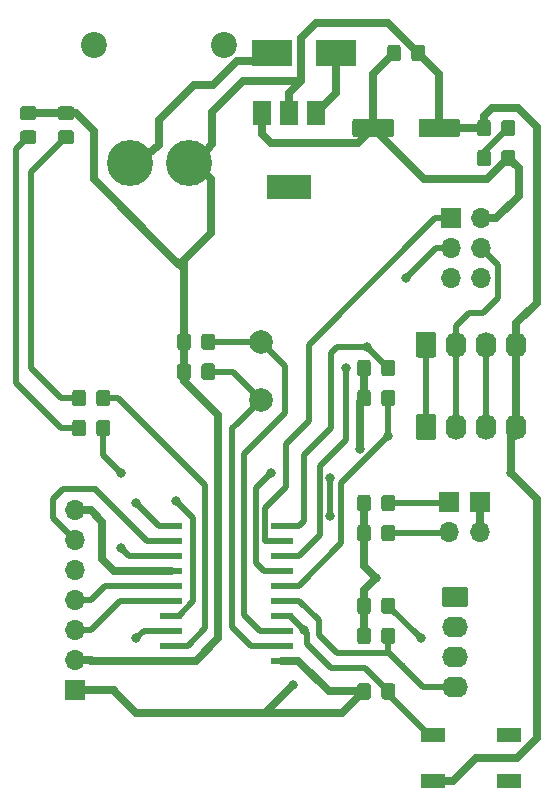
<source format=gtl>
G04 #@! TF.GenerationSoftware,KiCad,Pcbnew,5.0.2-bee76a0~70~ubuntu16.04.1*
G04 #@! TF.CreationDate,2019-07-23T17:30:48+02:00*
G04 #@! TF.ProjectId,ATtiny_3.0,41547469-6e79-45f3-932e-302e6b696361,rev?*
G04 #@! TF.SameCoordinates,Original*
G04 #@! TF.FileFunction,Copper,L1,Top*
G04 #@! TF.FilePolarity,Positive*
%FSLAX46Y46*%
G04 Gerber Fmt 4.6, Leading zero omitted, Abs format (unit mm)*
G04 Created by KiCad (PCBNEW 5.0.2-bee76a0~70~ubuntu16.04.1) date mar 23 jul 2019 17:30:48 CEST*
%MOMM*%
%LPD*%
G01*
G04 APERTURE LIST*
G04 #@! TA.AperFunction,ComponentPad*
%ADD10R,1.700000X1.700000*%
G04 #@! TD*
G04 #@! TA.AperFunction,ComponentPad*
%ADD11O,1.700000X1.700000*%
G04 #@! TD*
G04 #@! TA.AperFunction,ComponentPad*
%ADD12C,3.900000*%
G04 #@! TD*
G04 #@! TA.AperFunction,ComponentPad*
%ADD13C,2.200000*%
G04 #@! TD*
G04 #@! TA.AperFunction,ComponentPad*
%ADD14C,0.600000*%
G04 #@! TD*
G04 #@! TA.AperFunction,Conductor*
%ADD15C,0.100000*%
G04 #@! TD*
G04 #@! TA.AperFunction,SMDPad,CuDef*
%ADD16C,1.150000*%
G04 #@! TD*
G04 #@! TA.AperFunction,SMDPad,CuDef*
%ADD17C,1.600000*%
G04 #@! TD*
G04 #@! TA.AperFunction,SMDPad,CuDef*
%ADD18R,3.500000X2.300000*%
G04 #@! TD*
G04 #@! TA.AperFunction,SMDPad,CuDef*
%ADD19R,2.000000X1.300000*%
G04 #@! TD*
G04 #@! TA.AperFunction,SMDPad,CuDef*
%ADD20R,1.950000X0.600000*%
G04 #@! TD*
G04 #@! TA.AperFunction,SMDPad,CuDef*
%ADD21R,3.800000X2.000000*%
G04 #@! TD*
G04 #@! TA.AperFunction,SMDPad,CuDef*
%ADD22R,1.500000X2.000000*%
G04 #@! TD*
G04 #@! TA.AperFunction,ComponentPad*
%ADD23C,2.000000*%
G04 #@! TD*
G04 #@! TA.AperFunction,ComponentPad*
%ADD24O,1.740000X2.200000*%
G04 #@! TD*
G04 #@! TA.AperFunction,ComponentPad*
%ADD25C,1.740000*%
G04 #@! TD*
G04 #@! TA.AperFunction,ComponentPad*
%ADD26O,2.200000X1.740000*%
G04 #@! TD*
G04 #@! TA.AperFunction,ViaPad*
%ADD27C,0.800000*%
G04 #@! TD*
G04 #@! TA.AperFunction,Conductor*
%ADD28C,0.700000*%
G04 #@! TD*
G04 #@! TA.AperFunction,Conductor*
%ADD29C,0.500000*%
G04 #@! TD*
G04 APERTURE END LIST*
D10*
G04 #@! TO.P,ICSP,1*
G04 #@! TO.N,MISO*
X130810000Y-49530000D03*
D11*
G04 #@! TO.P,ICSP,2*
G04 #@! TO.N,+5V*
X133350000Y-49530000D03*
G04 #@! TO.P,ICSP,3*
G04 #@! TO.N,SCK-SCL*
X130810000Y-52070000D03*
G04 #@! TO.P,ICSP,4*
G04 #@! TO.N,MOSI-SDA*
X133350000Y-52070000D03*
G04 #@! TO.P,ICSP,5*
G04 #@! TO.N,RESET*
X130810000Y-54610000D03*
G04 #@! TO.P,ICSP,6*
G04 #@! TO.N,Earth*
X133350000Y-54610000D03*
G04 #@! TD*
D12*
G04 #@! TO.P, ,2*
G04 #@! TO.N,VPP*
X103608000Y-44894500D03*
G04 #@! TO.P, ,1*
G04 #@! TO.N,Earth*
X108608000Y-44894500D03*
D13*
G04 #@! TO.P, ,*
G04 #@! TO.N,*
X111608000Y-34894500D03*
X100608000Y-34894500D03*
D14*
X102158000Y-44894500D03*
X102583000Y-45919500D03*
X103608000Y-46344500D03*
X105058000Y-44894500D03*
X104633000Y-45919500D03*
X104633000Y-43869500D03*
X103608000Y-43444500D03*
X102583000Y-43869500D03*
X110058000Y-44894500D03*
X109633000Y-45919500D03*
X108608000Y-46344500D03*
X107583000Y-45919500D03*
X107158000Y-44894500D03*
X107583000Y-43869500D03*
X108608000Y-43444500D03*
X109633000Y-43869500D03*
G04 #@! TD*
D15*
G04 #@! TO.N,INT1*
G04 #@! TO.C,R10*
G36*
X125834505Y-81660704D02*
X125858773Y-81664304D01*
X125882572Y-81670265D01*
X125905671Y-81678530D01*
X125927850Y-81689020D01*
X125948893Y-81701632D01*
X125968599Y-81716247D01*
X125986777Y-81732723D01*
X126003253Y-81750901D01*
X126017868Y-81770607D01*
X126030480Y-81791650D01*
X126040970Y-81813829D01*
X126049235Y-81836928D01*
X126055196Y-81860727D01*
X126058796Y-81884995D01*
X126060000Y-81909499D01*
X126060000Y-82809501D01*
X126058796Y-82834005D01*
X126055196Y-82858273D01*
X126049235Y-82882072D01*
X126040970Y-82905171D01*
X126030480Y-82927350D01*
X126017868Y-82948393D01*
X126003253Y-82968099D01*
X125986777Y-82986277D01*
X125968599Y-83002753D01*
X125948893Y-83017368D01*
X125927850Y-83029980D01*
X125905671Y-83040470D01*
X125882572Y-83048735D01*
X125858773Y-83054696D01*
X125834505Y-83058296D01*
X125810001Y-83059500D01*
X125159999Y-83059500D01*
X125135495Y-83058296D01*
X125111227Y-83054696D01*
X125087428Y-83048735D01*
X125064329Y-83040470D01*
X125042150Y-83029980D01*
X125021107Y-83017368D01*
X125001401Y-83002753D01*
X124983223Y-82986277D01*
X124966747Y-82968099D01*
X124952132Y-82948393D01*
X124939520Y-82927350D01*
X124929030Y-82905171D01*
X124920765Y-82882072D01*
X124914804Y-82858273D01*
X124911204Y-82834005D01*
X124910000Y-82809501D01*
X124910000Y-81909499D01*
X124911204Y-81884995D01*
X124914804Y-81860727D01*
X124920765Y-81836928D01*
X124929030Y-81813829D01*
X124939520Y-81791650D01*
X124952132Y-81770607D01*
X124966747Y-81750901D01*
X124983223Y-81732723D01*
X125001401Y-81716247D01*
X125021107Y-81701632D01*
X125042150Y-81689020D01*
X125064329Y-81678530D01*
X125087428Y-81670265D01*
X125111227Y-81664304D01*
X125135495Y-81660704D01*
X125159999Y-81659500D01*
X125810001Y-81659500D01*
X125834505Y-81660704D01*
X125834505Y-81660704D01*
G37*
D16*
G04 #@! TD*
G04 #@! TO.P,R10,2*
G04 #@! TO.N,INT1*
X125485000Y-82359500D03*
D15*
G04 #@! TO.N,+5V*
G04 #@! TO.C,R10*
G36*
X123784505Y-81660704D02*
X123808773Y-81664304D01*
X123832572Y-81670265D01*
X123855671Y-81678530D01*
X123877850Y-81689020D01*
X123898893Y-81701632D01*
X123918599Y-81716247D01*
X123936777Y-81732723D01*
X123953253Y-81750901D01*
X123967868Y-81770607D01*
X123980480Y-81791650D01*
X123990970Y-81813829D01*
X123999235Y-81836928D01*
X124005196Y-81860727D01*
X124008796Y-81884995D01*
X124010000Y-81909499D01*
X124010000Y-82809501D01*
X124008796Y-82834005D01*
X124005196Y-82858273D01*
X123999235Y-82882072D01*
X123990970Y-82905171D01*
X123980480Y-82927350D01*
X123967868Y-82948393D01*
X123953253Y-82968099D01*
X123936777Y-82986277D01*
X123918599Y-83002753D01*
X123898893Y-83017368D01*
X123877850Y-83029980D01*
X123855671Y-83040470D01*
X123832572Y-83048735D01*
X123808773Y-83054696D01*
X123784505Y-83058296D01*
X123760001Y-83059500D01*
X123109999Y-83059500D01*
X123085495Y-83058296D01*
X123061227Y-83054696D01*
X123037428Y-83048735D01*
X123014329Y-83040470D01*
X122992150Y-83029980D01*
X122971107Y-83017368D01*
X122951401Y-83002753D01*
X122933223Y-82986277D01*
X122916747Y-82968099D01*
X122902132Y-82948393D01*
X122889520Y-82927350D01*
X122879030Y-82905171D01*
X122870765Y-82882072D01*
X122864804Y-82858273D01*
X122861204Y-82834005D01*
X122860000Y-82809501D01*
X122860000Y-81909499D01*
X122861204Y-81884995D01*
X122864804Y-81860727D01*
X122870765Y-81836928D01*
X122879030Y-81813829D01*
X122889520Y-81791650D01*
X122902132Y-81770607D01*
X122916747Y-81750901D01*
X122933223Y-81732723D01*
X122951401Y-81716247D01*
X122971107Y-81701632D01*
X122992150Y-81689020D01*
X123014329Y-81678530D01*
X123037428Y-81670265D01*
X123061227Y-81664304D01*
X123085495Y-81660704D01*
X123109999Y-81659500D01*
X123760001Y-81659500D01*
X123784505Y-81660704D01*
X123784505Y-81660704D01*
G37*
D16*
G04 #@! TD*
G04 #@! TO.P,R10,1*
G04 #@! TO.N,+5V*
X123435000Y-82359500D03*
D15*
G04 #@! TO.N,+5V*
G04 #@! TO.C,C1*
G36*
X126324505Y-34861204D02*
X126348773Y-34864804D01*
X126372572Y-34870765D01*
X126395671Y-34879030D01*
X126417850Y-34889520D01*
X126438893Y-34902132D01*
X126458599Y-34916747D01*
X126476777Y-34933223D01*
X126493253Y-34951401D01*
X126507868Y-34971107D01*
X126520480Y-34992150D01*
X126530970Y-35014329D01*
X126539235Y-35037428D01*
X126545196Y-35061227D01*
X126548796Y-35085495D01*
X126550000Y-35109999D01*
X126550000Y-36010001D01*
X126548796Y-36034505D01*
X126545196Y-36058773D01*
X126539235Y-36082572D01*
X126530970Y-36105671D01*
X126520480Y-36127850D01*
X126507868Y-36148893D01*
X126493253Y-36168599D01*
X126476777Y-36186777D01*
X126458599Y-36203253D01*
X126438893Y-36217868D01*
X126417850Y-36230480D01*
X126395671Y-36240970D01*
X126372572Y-36249235D01*
X126348773Y-36255196D01*
X126324505Y-36258796D01*
X126300001Y-36260000D01*
X125649999Y-36260000D01*
X125625495Y-36258796D01*
X125601227Y-36255196D01*
X125577428Y-36249235D01*
X125554329Y-36240970D01*
X125532150Y-36230480D01*
X125511107Y-36217868D01*
X125491401Y-36203253D01*
X125473223Y-36186777D01*
X125456747Y-36168599D01*
X125442132Y-36148893D01*
X125429520Y-36127850D01*
X125419030Y-36105671D01*
X125410765Y-36082572D01*
X125404804Y-36058773D01*
X125401204Y-36034505D01*
X125400000Y-36010001D01*
X125400000Y-35109999D01*
X125401204Y-35085495D01*
X125404804Y-35061227D01*
X125410765Y-35037428D01*
X125419030Y-35014329D01*
X125429520Y-34992150D01*
X125442132Y-34971107D01*
X125456747Y-34951401D01*
X125473223Y-34933223D01*
X125491401Y-34916747D01*
X125511107Y-34902132D01*
X125532150Y-34889520D01*
X125554329Y-34879030D01*
X125577428Y-34870765D01*
X125601227Y-34864804D01*
X125625495Y-34861204D01*
X125649999Y-34860000D01*
X126300001Y-34860000D01*
X126324505Y-34861204D01*
X126324505Y-34861204D01*
G37*
D16*
G04 #@! TD*
G04 #@! TO.P,C1,1*
G04 #@! TO.N,+5V*
X125975000Y-35560000D03*
D15*
G04 #@! TO.N,Earth*
G04 #@! TO.C,C1*
G36*
X128374505Y-34861204D02*
X128398773Y-34864804D01*
X128422572Y-34870765D01*
X128445671Y-34879030D01*
X128467850Y-34889520D01*
X128488893Y-34902132D01*
X128508599Y-34916747D01*
X128526777Y-34933223D01*
X128543253Y-34951401D01*
X128557868Y-34971107D01*
X128570480Y-34992150D01*
X128580970Y-35014329D01*
X128589235Y-35037428D01*
X128595196Y-35061227D01*
X128598796Y-35085495D01*
X128600000Y-35109999D01*
X128600000Y-36010001D01*
X128598796Y-36034505D01*
X128595196Y-36058773D01*
X128589235Y-36082572D01*
X128580970Y-36105671D01*
X128570480Y-36127850D01*
X128557868Y-36148893D01*
X128543253Y-36168599D01*
X128526777Y-36186777D01*
X128508599Y-36203253D01*
X128488893Y-36217868D01*
X128467850Y-36230480D01*
X128445671Y-36240970D01*
X128422572Y-36249235D01*
X128398773Y-36255196D01*
X128374505Y-36258796D01*
X128350001Y-36260000D01*
X127699999Y-36260000D01*
X127675495Y-36258796D01*
X127651227Y-36255196D01*
X127627428Y-36249235D01*
X127604329Y-36240970D01*
X127582150Y-36230480D01*
X127561107Y-36217868D01*
X127541401Y-36203253D01*
X127523223Y-36186777D01*
X127506747Y-36168599D01*
X127492132Y-36148893D01*
X127479520Y-36127850D01*
X127469030Y-36105671D01*
X127460765Y-36082572D01*
X127454804Y-36058773D01*
X127451204Y-36034505D01*
X127450000Y-36010001D01*
X127450000Y-35109999D01*
X127451204Y-35085495D01*
X127454804Y-35061227D01*
X127460765Y-35037428D01*
X127469030Y-35014329D01*
X127479520Y-34992150D01*
X127492132Y-34971107D01*
X127506747Y-34951401D01*
X127523223Y-34933223D01*
X127541401Y-34916747D01*
X127561107Y-34902132D01*
X127582150Y-34889520D01*
X127604329Y-34879030D01*
X127627428Y-34870765D01*
X127651227Y-34864804D01*
X127675495Y-34861204D01*
X127699999Y-34860000D01*
X128350001Y-34860000D01*
X128374505Y-34861204D01*
X128374505Y-34861204D01*
G37*
D16*
G04 #@! TD*
G04 #@! TO.P,C1,2*
G04 #@! TO.N,Earth*
X128025000Y-35560000D03*
D15*
G04 #@! TO.N,+5V*
G04 #@! TO.C,C2*
G36*
X125724504Y-41111204D02*
X125748773Y-41114804D01*
X125772571Y-41120765D01*
X125795671Y-41129030D01*
X125817849Y-41139520D01*
X125838893Y-41152133D01*
X125858598Y-41166747D01*
X125876777Y-41183223D01*
X125893253Y-41201402D01*
X125907867Y-41221107D01*
X125920480Y-41242151D01*
X125930970Y-41264329D01*
X125939235Y-41287429D01*
X125945196Y-41311227D01*
X125948796Y-41335496D01*
X125950000Y-41360000D01*
X125950000Y-42460000D01*
X125948796Y-42484504D01*
X125945196Y-42508773D01*
X125939235Y-42532571D01*
X125930970Y-42555671D01*
X125920480Y-42577849D01*
X125907867Y-42598893D01*
X125893253Y-42618598D01*
X125876777Y-42636777D01*
X125858598Y-42653253D01*
X125838893Y-42667867D01*
X125817849Y-42680480D01*
X125795671Y-42690970D01*
X125772571Y-42699235D01*
X125748773Y-42705196D01*
X125724504Y-42708796D01*
X125700000Y-42710000D01*
X122700000Y-42710000D01*
X122675496Y-42708796D01*
X122651227Y-42705196D01*
X122627429Y-42699235D01*
X122604329Y-42690970D01*
X122582151Y-42680480D01*
X122561107Y-42667867D01*
X122541402Y-42653253D01*
X122523223Y-42636777D01*
X122506747Y-42618598D01*
X122492133Y-42598893D01*
X122479520Y-42577849D01*
X122469030Y-42555671D01*
X122460765Y-42532571D01*
X122454804Y-42508773D01*
X122451204Y-42484504D01*
X122450000Y-42460000D01*
X122450000Y-41360000D01*
X122451204Y-41335496D01*
X122454804Y-41311227D01*
X122460765Y-41287429D01*
X122469030Y-41264329D01*
X122479520Y-41242151D01*
X122492133Y-41221107D01*
X122506747Y-41201402D01*
X122523223Y-41183223D01*
X122541402Y-41166747D01*
X122561107Y-41152133D01*
X122582151Y-41139520D01*
X122604329Y-41129030D01*
X122627429Y-41120765D01*
X122651227Y-41114804D01*
X122675496Y-41111204D01*
X122700000Y-41110000D01*
X125700000Y-41110000D01*
X125724504Y-41111204D01*
X125724504Y-41111204D01*
G37*
D17*
G04 #@! TD*
G04 #@! TO.P,C2,1*
G04 #@! TO.N,+5V*
X124200000Y-41910000D03*
D15*
G04 #@! TO.N,Earth*
G04 #@! TO.C,C2*
G36*
X131324504Y-41111204D02*
X131348773Y-41114804D01*
X131372571Y-41120765D01*
X131395671Y-41129030D01*
X131417849Y-41139520D01*
X131438893Y-41152133D01*
X131458598Y-41166747D01*
X131476777Y-41183223D01*
X131493253Y-41201402D01*
X131507867Y-41221107D01*
X131520480Y-41242151D01*
X131530970Y-41264329D01*
X131539235Y-41287429D01*
X131545196Y-41311227D01*
X131548796Y-41335496D01*
X131550000Y-41360000D01*
X131550000Y-42460000D01*
X131548796Y-42484504D01*
X131545196Y-42508773D01*
X131539235Y-42532571D01*
X131530970Y-42555671D01*
X131520480Y-42577849D01*
X131507867Y-42598893D01*
X131493253Y-42618598D01*
X131476777Y-42636777D01*
X131458598Y-42653253D01*
X131438893Y-42667867D01*
X131417849Y-42680480D01*
X131395671Y-42690970D01*
X131372571Y-42699235D01*
X131348773Y-42705196D01*
X131324504Y-42708796D01*
X131300000Y-42710000D01*
X128300000Y-42710000D01*
X128275496Y-42708796D01*
X128251227Y-42705196D01*
X128227429Y-42699235D01*
X128204329Y-42690970D01*
X128182151Y-42680480D01*
X128161107Y-42667867D01*
X128141402Y-42653253D01*
X128123223Y-42636777D01*
X128106747Y-42618598D01*
X128092133Y-42598893D01*
X128079520Y-42577849D01*
X128069030Y-42555671D01*
X128060765Y-42532571D01*
X128054804Y-42508773D01*
X128051204Y-42484504D01*
X128050000Y-42460000D01*
X128050000Y-41360000D01*
X128051204Y-41335496D01*
X128054804Y-41311227D01*
X128060765Y-41287429D01*
X128069030Y-41264329D01*
X128079520Y-41242151D01*
X128092133Y-41221107D01*
X128106747Y-41201402D01*
X128123223Y-41183223D01*
X128141402Y-41166747D01*
X128161107Y-41152133D01*
X128182151Y-41139520D01*
X128204329Y-41129030D01*
X128227429Y-41120765D01*
X128251227Y-41114804D01*
X128275496Y-41111204D01*
X128300000Y-41110000D01*
X131300000Y-41110000D01*
X131324504Y-41111204D01*
X131324504Y-41111204D01*
G37*
D17*
G04 #@! TD*
G04 #@! TO.P,C2,2*
G04 #@! TO.N,Earth*
X129800000Y-41910000D03*
D15*
G04 #@! TO.N,Earth*
G04 #@! TO.C,C3*
G36*
X108544505Y-59308704D02*
X108568773Y-59312304D01*
X108592572Y-59318265D01*
X108615671Y-59326530D01*
X108637850Y-59337020D01*
X108658893Y-59349632D01*
X108678599Y-59364247D01*
X108696777Y-59380723D01*
X108713253Y-59398901D01*
X108727868Y-59418607D01*
X108740480Y-59439650D01*
X108750970Y-59461829D01*
X108759235Y-59484928D01*
X108765196Y-59508727D01*
X108768796Y-59532995D01*
X108770000Y-59557499D01*
X108770000Y-60457501D01*
X108768796Y-60482005D01*
X108765196Y-60506273D01*
X108759235Y-60530072D01*
X108750970Y-60553171D01*
X108740480Y-60575350D01*
X108727868Y-60596393D01*
X108713253Y-60616099D01*
X108696777Y-60634277D01*
X108678599Y-60650753D01*
X108658893Y-60665368D01*
X108637850Y-60677980D01*
X108615671Y-60688470D01*
X108592572Y-60696735D01*
X108568773Y-60702696D01*
X108544505Y-60706296D01*
X108520001Y-60707500D01*
X107869999Y-60707500D01*
X107845495Y-60706296D01*
X107821227Y-60702696D01*
X107797428Y-60696735D01*
X107774329Y-60688470D01*
X107752150Y-60677980D01*
X107731107Y-60665368D01*
X107711401Y-60650753D01*
X107693223Y-60634277D01*
X107676747Y-60616099D01*
X107662132Y-60596393D01*
X107649520Y-60575350D01*
X107639030Y-60553171D01*
X107630765Y-60530072D01*
X107624804Y-60506273D01*
X107621204Y-60482005D01*
X107620000Y-60457501D01*
X107620000Y-59557499D01*
X107621204Y-59532995D01*
X107624804Y-59508727D01*
X107630765Y-59484928D01*
X107639030Y-59461829D01*
X107649520Y-59439650D01*
X107662132Y-59418607D01*
X107676747Y-59398901D01*
X107693223Y-59380723D01*
X107711401Y-59364247D01*
X107731107Y-59349632D01*
X107752150Y-59337020D01*
X107774329Y-59326530D01*
X107797428Y-59318265D01*
X107821227Y-59312304D01*
X107845495Y-59308704D01*
X107869999Y-59307500D01*
X108520001Y-59307500D01*
X108544505Y-59308704D01*
X108544505Y-59308704D01*
G37*
D16*
G04 #@! TD*
G04 #@! TO.P,C3,1*
G04 #@! TO.N,Earth*
X108195000Y-60007500D03*
D15*
G04 #@! TO.N,Net-(C3-Pad2)*
G04 #@! TO.C,C3*
G36*
X110594505Y-59308704D02*
X110618773Y-59312304D01*
X110642572Y-59318265D01*
X110665671Y-59326530D01*
X110687850Y-59337020D01*
X110708893Y-59349632D01*
X110728599Y-59364247D01*
X110746777Y-59380723D01*
X110763253Y-59398901D01*
X110777868Y-59418607D01*
X110790480Y-59439650D01*
X110800970Y-59461829D01*
X110809235Y-59484928D01*
X110815196Y-59508727D01*
X110818796Y-59532995D01*
X110820000Y-59557499D01*
X110820000Y-60457501D01*
X110818796Y-60482005D01*
X110815196Y-60506273D01*
X110809235Y-60530072D01*
X110800970Y-60553171D01*
X110790480Y-60575350D01*
X110777868Y-60596393D01*
X110763253Y-60616099D01*
X110746777Y-60634277D01*
X110728599Y-60650753D01*
X110708893Y-60665368D01*
X110687850Y-60677980D01*
X110665671Y-60688470D01*
X110642572Y-60696735D01*
X110618773Y-60702696D01*
X110594505Y-60706296D01*
X110570001Y-60707500D01*
X109919999Y-60707500D01*
X109895495Y-60706296D01*
X109871227Y-60702696D01*
X109847428Y-60696735D01*
X109824329Y-60688470D01*
X109802150Y-60677980D01*
X109781107Y-60665368D01*
X109761401Y-60650753D01*
X109743223Y-60634277D01*
X109726747Y-60616099D01*
X109712132Y-60596393D01*
X109699520Y-60575350D01*
X109689030Y-60553171D01*
X109680765Y-60530072D01*
X109674804Y-60506273D01*
X109671204Y-60482005D01*
X109670000Y-60457501D01*
X109670000Y-59557499D01*
X109671204Y-59532995D01*
X109674804Y-59508727D01*
X109680765Y-59484928D01*
X109689030Y-59461829D01*
X109699520Y-59439650D01*
X109712132Y-59418607D01*
X109726747Y-59398901D01*
X109743223Y-59380723D01*
X109761401Y-59364247D01*
X109781107Y-59349632D01*
X109802150Y-59337020D01*
X109824329Y-59326530D01*
X109847428Y-59318265D01*
X109871227Y-59312304D01*
X109895495Y-59308704D01*
X109919999Y-59307500D01*
X110570001Y-59307500D01*
X110594505Y-59308704D01*
X110594505Y-59308704D01*
G37*
D16*
G04 #@! TD*
G04 #@! TO.P,C3,2*
G04 #@! TO.N,Net-(C3-Pad2)*
X110245000Y-60007500D03*
D15*
G04 #@! TO.N,Net-(C4-Pad2)*
G04 #@! TO.C,C4*
G36*
X110594505Y-61841204D02*
X110618773Y-61844804D01*
X110642572Y-61850765D01*
X110665671Y-61859030D01*
X110687850Y-61869520D01*
X110708893Y-61882132D01*
X110728599Y-61896747D01*
X110746777Y-61913223D01*
X110763253Y-61931401D01*
X110777868Y-61951107D01*
X110790480Y-61972150D01*
X110800970Y-61994329D01*
X110809235Y-62017428D01*
X110815196Y-62041227D01*
X110818796Y-62065495D01*
X110820000Y-62089999D01*
X110820000Y-62990001D01*
X110818796Y-63014505D01*
X110815196Y-63038773D01*
X110809235Y-63062572D01*
X110800970Y-63085671D01*
X110790480Y-63107850D01*
X110777868Y-63128893D01*
X110763253Y-63148599D01*
X110746777Y-63166777D01*
X110728599Y-63183253D01*
X110708893Y-63197868D01*
X110687850Y-63210480D01*
X110665671Y-63220970D01*
X110642572Y-63229235D01*
X110618773Y-63235196D01*
X110594505Y-63238796D01*
X110570001Y-63240000D01*
X109919999Y-63240000D01*
X109895495Y-63238796D01*
X109871227Y-63235196D01*
X109847428Y-63229235D01*
X109824329Y-63220970D01*
X109802150Y-63210480D01*
X109781107Y-63197868D01*
X109761401Y-63183253D01*
X109743223Y-63166777D01*
X109726747Y-63148599D01*
X109712132Y-63128893D01*
X109699520Y-63107850D01*
X109689030Y-63085671D01*
X109680765Y-63062572D01*
X109674804Y-63038773D01*
X109671204Y-63014505D01*
X109670000Y-62990001D01*
X109670000Y-62089999D01*
X109671204Y-62065495D01*
X109674804Y-62041227D01*
X109680765Y-62017428D01*
X109689030Y-61994329D01*
X109699520Y-61972150D01*
X109712132Y-61951107D01*
X109726747Y-61931401D01*
X109743223Y-61913223D01*
X109761401Y-61896747D01*
X109781107Y-61882132D01*
X109802150Y-61869520D01*
X109824329Y-61859030D01*
X109847428Y-61850765D01*
X109871227Y-61844804D01*
X109895495Y-61841204D01*
X109919999Y-61840000D01*
X110570001Y-61840000D01*
X110594505Y-61841204D01*
X110594505Y-61841204D01*
G37*
D16*
G04 #@! TD*
G04 #@! TO.P,C4,2*
G04 #@! TO.N,Net-(C4-Pad2)*
X110245000Y-62540000D03*
D15*
G04 #@! TO.N,Earth*
G04 #@! TO.C,C4*
G36*
X108544505Y-61841204D02*
X108568773Y-61844804D01*
X108592572Y-61850765D01*
X108615671Y-61859030D01*
X108637850Y-61869520D01*
X108658893Y-61882132D01*
X108678599Y-61896747D01*
X108696777Y-61913223D01*
X108713253Y-61931401D01*
X108727868Y-61951107D01*
X108740480Y-61972150D01*
X108750970Y-61994329D01*
X108759235Y-62017428D01*
X108765196Y-62041227D01*
X108768796Y-62065495D01*
X108770000Y-62089999D01*
X108770000Y-62990001D01*
X108768796Y-63014505D01*
X108765196Y-63038773D01*
X108759235Y-63062572D01*
X108750970Y-63085671D01*
X108740480Y-63107850D01*
X108727868Y-63128893D01*
X108713253Y-63148599D01*
X108696777Y-63166777D01*
X108678599Y-63183253D01*
X108658893Y-63197868D01*
X108637850Y-63210480D01*
X108615671Y-63220970D01*
X108592572Y-63229235D01*
X108568773Y-63235196D01*
X108544505Y-63238796D01*
X108520001Y-63240000D01*
X107869999Y-63240000D01*
X107845495Y-63238796D01*
X107821227Y-63235196D01*
X107797428Y-63229235D01*
X107774329Y-63220970D01*
X107752150Y-63210480D01*
X107731107Y-63197868D01*
X107711401Y-63183253D01*
X107693223Y-63166777D01*
X107676747Y-63148599D01*
X107662132Y-63128893D01*
X107649520Y-63107850D01*
X107639030Y-63085671D01*
X107630765Y-63062572D01*
X107624804Y-63038773D01*
X107621204Y-63014505D01*
X107620000Y-62990001D01*
X107620000Y-62089999D01*
X107621204Y-62065495D01*
X107624804Y-62041227D01*
X107630765Y-62017428D01*
X107639030Y-61994329D01*
X107649520Y-61972150D01*
X107662132Y-61951107D01*
X107676747Y-61931401D01*
X107693223Y-61913223D01*
X107711401Y-61896747D01*
X107731107Y-61882132D01*
X107752150Y-61869520D01*
X107774329Y-61859030D01*
X107797428Y-61850765D01*
X107821227Y-61844804D01*
X107845495Y-61841204D01*
X107869999Y-61840000D01*
X108520001Y-61840000D01*
X108544505Y-61841204D01*
X108544505Y-61841204D01*
G37*
D16*
G04 #@! TD*
G04 #@! TO.P,C4,1*
G04 #@! TO.N,Earth*
X108195000Y-62540000D03*
D15*
G04 #@! TO.N,Earth*
G04 #@! TO.C,POWER*
G36*
X133944505Y-41211204D02*
X133968773Y-41214804D01*
X133992572Y-41220765D01*
X134015671Y-41229030D01*
X134037850Y-41239520D01*
X134058893Y-41252132D01*
X134078599Y-41266747D01*
X134096777Y-41283223D01*
X134113253Y-41301401D01*
X134127868Y-41321107D01*
X134140480Y-41342150D01*
X134150970Y-41364329D01*
X134159235Y-41387428D01*
X134165196Y-41411227D01*
X134168796Y-41435495D01*
X134170000Y-41459999D01*
X134170000Y-42360001D01*
X134168796Y-42384505D01*
X134165196Y-42408773D01*
X134159235Y-42432572D01*
X134150970Y-42455671D01*
X134140480Y-42477850D01*
X134127868Y-42498893D01*
X134113253Y-42518599D01*
X134096777Y-42536777D01*
X134078599Y-42553253D01*
X134058893Y-42567868D01*
X134037850Y-42580480D01*
X134015671Y-42590970D01*
X133992572Y-42599235D01*
X133968773Y-42605196D01*
X133944505Y-42608796D01*
X133920001Y-42610000D01*
X133269999Y-42610000D01*
X133245495Y-42608796D01*
X133221227Y-42605196D01*
X133197428Y-42599235D01*
X133174329Y-42590970D01*
X133152150Y-42580480D01*
X133131107Y-42567868D01*
X133111401Y-42553253D01*
X133093223Y-42536777D01*
X133076747Y-42518599D01*
X133062132Y-42498893D01*
X133049520Y-42477850D01*
X133039030Y-42455671D01*
X133030765Y-42432572D01*
X133024804Y-42408773D01*
X133021204Y-42384505D01*
X133020000Y-42360001D01*
X133020000Y-41459999D01*
X133021204Y-41435495D01*
X133024804Y-41411227D01*
X133030765Y-41387428D01*
X133039030Y-41364329D01*
X133049520Y-41342150D01*
X133062132Y-41321107D01*
X133076747Y-41301401D01*
X133093223Y-41283223D01*
X133111401Y-41266747D01*
X133131107Y-41252132D01*
X133152150Y-41239520D01*
X133174329Y-41229030D01*
X133197428Y-41220765D01*
X133221227Y-41214804D01*
X133245495Y-41211204D01*
X133269999Y-41210000D01*
X133920001Y-41210000D01*
X133944505Y-41211204D01*
X133944505Y-41211204D01*
G37*
D16*
G04 #@! TD*
G04 #@! TO.P,POWER,1*
G04 #@! TO.N,Earth*
X133595000Y-41910000D03*
D15*
G04 #@! TO.N,Net-(D0-Pad2)*
G04 #@! TO.C,POWER*
G36*
X135994505Y-41211204D02*
X136018773Y-41214804D01*
X136042572Y-41220765D01*
X136065671Y-41229030D01*
X136087850Y-41239520D01*
X136108893Y-41252132D01*
X136128599Y-41266747D01*
X136146777Y-41283223D01*
X136163253Y-41301401D01*
X136177868Y-41321107D01*
X136190480Y-41342150D01*
X136200970Y-41364329D01*
X136209235Y-41387428D01*
X136215196Y-41411227D01*
X136218796Y-41435495D01*
X136220000Y-41459999D01*
X136220000Y-42360001D01*
X136218796Y-42384505D01*
X136215196Y-42408773D01*
X136209235Y-42432572D01*
X136200970Y-42455671D01*
X136190480Y-42477850D01*
X136177868Y-42498893D01*
X136163253Y-42518599D01*
X136146777Y-42536777D01*
X136128599Y-42553253D01*
X136108893Y-42567868D01*
X136087850Y-42580480D01*
X136065671Y-42590970D01*
X136042572Y-42599235D01*
X136018773Y-42605196D01*
X135994505Y-42608796D01*
X135970001Y-42610000D01*
X135319999Y-42610000D01*
X135295495Y-42608796D01*
X135271227Y-42605196D01*
X135247428Y-42599235D01*
X135224329Y-42590970D01*
X135202150Y-42580480D01*
X135181107Y-42567868D01*
X135161401Y-42553253D01*
X135143223Y-42536777D01*
X135126747Y-42518599D01*
X135112132Y-42498893D01*
X135099520Y-42477850D01*
X135089030Y-42455671D01*
X135080765Y-42432572D01*
X135074804Y-42408773D01*
X135071204Y-42384505D01*
X135070000Y-42360001D01*
X135070000Y-41459999D01*
X135071204Y-41435495D01*
X135074804Y-41411227D01*
X135080765Y-41387428D01*
X135089030Y-41364329D01*
X135099520Y-41342150D01*
X135112132Y-41321107D01*
X135126747Y-41301401D01*
X135143223Y-41283223D01*
X135161401Y-41266747D01*
X135181107Y-41252132D01*
X135202150Y-41239520D01*
X135224329Y-41229030D01*
X135247428Y-41220765D01*
X135271227Y-41214804D01*
X135295495Y-41211204D01*
X135319999Y-41210000D01*
X135970001Y-41210000D01*
X135994505Y-41211204D01*
X135994505Y-41211204D01*
G37*
D16*
G04 #@! TD*
G04 #@! TO.P,POWER,2*
G04 #@! TO.N,Net-(D0-Pad2)*
X135645000Y-41910000D03*
D15*
G04 #@! TO.N,Earth*
G04 #@! TO.C,LED1*
G36*
X98674505Y-40066204D02*
X98698773Y-40069804D01*
X98722572Y-40075765D01*
X98745671Y-40084030D01*
X98767850Y-40094520D01*
X98788893Y-40107132D01*
X98808599Y-40121747D01*
X98826777Y-40138223D01*
X98843253Y-40156401D01*
X98857868Y-40176107D01*
X98870480Y-40197150D01*
X98880970Y-40219329D01*
X98889235Y-40242428D01*
X98895196Y-40266227D01*
X98898796Y-40290495D01*
X98900000Y-40314999D01*
X98900000Y-40965001D01*
X98898796Y-40989505D01*
X98895196Y-41013773D01*
X98889235Y-41037572D01*
X98880970Y-41060671D01*
X98870480Y-41082850D01*
X98857868Y-41103893D01*
X98843253Y-41123599D01*
X98826777Y-41141777D01*
X98808599Y-41158253D01*
X98788893Y-41172868D01*
X98767850Y-41185480D01*
X98745671Y-41195970D01*
X98722572Y-41204235D01*
X98698773Y-41210196D01*
X98674505Y-41213796D01*
X98650001Y-41215000D01*
X97749999Y-41215000D01*
X97725495Y-41213796D01*
X97701227Y-41210196D01*
X97677428Y-41204235D01*
X97654329Y-41195970D01*
X97632150Y-41185480D01*
X97611107Y-41172868D01*
X97591401Y-41158253D01*
X97573223Y-41141777D01*
X97556747Y-41123599D01*
X97542132Y-41103893D01*
X97529520Y-41082850D01*
X97519030Y-41060671D01*
X97510765Y-41037572D01*
X97504804Y-41013773D01*
X97501204Y-40989505D01*
X97500000Y-40965001D01*
X97500000Y-40314999D01*
X97501204Y-40290495D01*
X97504804Y-40266227D01*
X97510765Y-40242428D01*
X97519030Y-40219329D01*
X97529520Y-40197150D01*
X97542132Y-40176107D01*
X97556747Y-40156401D01*
X97573223Y-40138223D01*
X97591401Y-40121747D01*
X97611107Y-40107132D01*
X97632150Y-40094520D01*
X97654329Y-40084030D01*
X97677428Y-40075765D01*
X97701227Y-40069804D01*
X97725495Y-40066204D01*
X97749999Y-40065000D01*
X98650001Y-40065000D01*
X98674505Y-40066204D01*
X98674505Y-40066204D01*
G37*
D16*
G04 #@! TD*
G04 #@! TO.P,LED1,1*
G04 #@! TO.N,Earth*
X98200000Y-40640000D03*
D15*
G04 #@! TO.N,Net-(D1-Pad2)*
G04 #@! TO.C,LED1*
G36*
X98674505Y-42116204D02*
X98698773Y-42119804D01*
X98722572Y-42125765D01*
X98745671Y-42134030D01*
X98767850Y-42144520D01*
X98788893Y-42157132D01*
X98808599Y-42171747D01*
X98826777Y-42188223D01*
X98843253Y-42206401D01*
X98857868Y-42226107D01*
X98870480Y-42247150D01*
X98880970Y-42269329D01*
X98889235Y-42292428D01*
X98895196Y-42316227D01*
X98898796Y-42340495D01*
X98900000Y-42364999D01*
X98900000Y-43015001D01*
X98898796Y-43039505D01*
X98895196Y-43063773D01*
X98889235Y-43087572D01*
X98880970Y-43110671D01*
X98870480Y-43132850D01*
X98857868Y-43153893D01*
X98843253Y-43173599D01*
X98826777Y-43191777D01*
X98808599Y-43208253D01*
X98788893Y-43222868D01*
X98767850Y-43235480D01*
X98745671Y-43245970D01*
X98722572Y-43254235D01*
X98698773Y-43260196D01*
X98674505Y-43263796D01*
X98650001Y-43265000D01*
X97749999Y-43265000D01*
X97725495Y-43263796D01*
X97701227Y-43260196D01*
X97677428Y-43254235D01*
X97654329Y-43245970D01*
X97632150Y-43235480D01*
X97611107Y-43222868D01*
X97591401Y-43208253D01*
X97573223Y-43191777D01*
X97556747Y-43173599D01*
X97542132Y-43153893D01*
X97529520Y-43132850D01*
X97519030Y-43110671D01*
X97510765Y-43087572D01*
X97504804Y-43063773D01*
X97501204Y-43039505D01*
X97500000Y-43015001D01*
X97500000Y-42364999D01*
X97501204Y-42340495D01*
X97504804Y-42316227D01*
X97510765Y-42292428D01*
X97519030Y-42269329D01*
X97529520Y-42247150D01*
X97542132Y-42226107D01*
X97556747Y-42206401D01*
X97573223Y-42188223D01*
X97591401Y-42171747D01*
X97611107Y-42157132D01*
X97632150Y-42144520D01*
X97654329Y-42134030D01*
X97677428Y-42125765D01*
X97701227Y-42119804D01*
X97725495Y-42116204D01*
X97749999Y-42115000D01*
X98650001Y-42115000D01*
X98674505Y-42116204D01*
X98674505Y-42116204D01*
G37*
D16*
G04 #@! TD*
G04 #@! TO.P,LED1,2*
G04 #@! TO.N,Net-(D1-Pad2)*
X98200000Y-42690000D03*
D15*
G04 #@! TO.N,Net-(D2-Pad2)*
G04 #@! TO.C,LED2*
G36*
X95474505Y-42116204D02*
X95498773Y-42119804D01*
X95522572Y-42125765D01*
X95545671Y-42134030D01*
X95567850Y-42144520D01*
X95588893Y-42157132D01*
X95608599Y-42171747D01*
X95626777Y-42188223D01*
X95643253Y-42206401D01*
X95657868Y-42226107D01*
X95670480Y-42247150D01*
X95680970Y-42269329D01*
X95689235Y-42292428D01*
X95695196Y-42316227D01*
X95698796Y-42340495D01*
X95700000Y-42364999D01*
X95700000Y-43015001D01*
X95698796Y-43039505D01*
X95695196Y-43063773D01*
X95689235Y-43087572D01*
X95680970Y-43110671D01*
X95670480Y-43132850D01*
X95657868Y-43153893D01*
X95643253Y-43173599D01*
X95626777Y-43191777D01*
X95608599Y-43208253D01*
X95588893Y-43222868D01*
X95567850Y-43235480D01*
X95545671Y-43245970D01*
X95522572Y-43254235D01*
X95498773Y-43260196D01*
X95474505Y-43263796D01*
X95450001Y-43265000D01*
X94549999Y-43265000D01*
X94525495Y-43263796D01*
X94501227Y-43260196D01*
X94477428Y-43254235D01*
X94454329Y-43245970D01*
X94432150Y-43235480D01*
X94411107Y-43222868D01*
X94391401Y-43208253D01*
X94373223Y-43191777D01*
X94356747Y-43173599D01*
X94342132Y-43153893D01*
X94329520Y-43132850D01*
X94319030Y-43110671D01*
X94310765Y-43087572D01*
X94304804Y-43063773D01*
X94301204Y-43039505D01*
X94300000Y-43015001D01*
X94300000Y-42364999D01*
X94301204Y-42340495D01*
X94304804Y-42316227D01*
X94310765Y-42292428D01*
X94319030Y-42269329D01*
X94329520Y-42247150D01*
X94342132Y-42226107D01*
X94356747Y-42206401D01*
X94373223Y-42188223D01*
X94391401Y-42171747D01*
X94411107Y-42157132D01*
X94432150Y-42144520D01*
X94454329Y-42134030D01*
X94477428Y-42125765D01*
X94501227Y-42119804D01*
X94525495Y-42116204D01*
X94549999Y-42115000D01*
X95450001Y-42115000D01*
X95474505Y-42116204D01*
X95474505Y-42116204D01*
G37*
D16*
G04 #@! TD*
G04 #@! TO.P,LED2,2*
G04 #@! TO.N,Net-(D2-Pad2)*
X95000000Y-42690000D03*
D15*
G04 #@! TO.N,Earth*
G04 #@! TO.C,LED2*
G36*
X95474505Y-40066204D02*
X95498773Y-40069804D01*
X95522572Y-40075765D01*
X95545671Y-40084030D01*
X95567850Y-40094520D01*
X95588893Y-40107132D01*
X95608599Y-40121747D01*
X95626777Y-40138223D01*
X95643253Y-40156401D01*
X95657868Y-40176107D01*
X95670480Y-40197150D01*
X95680970Y-40219329D01*
X95689235Y-40242428D01*
X95695196Y-40266227D01*
X95698796Y-40290495D01*
X95700000Y-40314999D01*
X95700000Y-40965001D01*
X95698796Y-40989505D01*
X95695196Y-41013773D01*
X95689235Y-41037572D01*
X95680970Y-41060671D01*
X95670480Y-41082850D01*
X95657868Y-41103893D01*
X95643253Y-41123599D01*
X95626777Y-41141777D01*
X95608599Y-41158253D01*
X95588893Y-41172868D01*
X95567850Y-41185480D01*
X95545671Y-41195970D01*
X95522572Y-41204235D01*
X95498773Y-41210196D01*
X95474505Y-41213796D01*
X95450001Y-41215000D01*
X94549999Y-41215000D01*
X94525495Y-41213796D01*
X94501227Y-41210196D01*
X94477428Y-41204235D01*
X94454329Y-41195970D01*
X94432150Y-41185480D01*
X94411107Y-41172868D01*
X94391401Y-41158253D01*
X94373223Y-41141777D01*
X94356747Y-41123599D01*
X94342132Y-41103893D01*
X94329520Y-41082850D01*
X94319030Y-41060671D01*
X94310765Y-41037572D01*
X94304804Y-41013773D01*
X94301204Y-40989505D01*
X94300000Y-40965001D01*
X94300000Y-40314999D01*
X94301204Y-40290495D01*
X94304804Y-40266227D01*
X94310765Y-40242428D01*
X94319030Y-40219329D01*
X94329520Y-40197150D01*
X94342132Y-40176107D01*
X94356747Y-40156401D01*
X94373223Y-40138223D01*
X94391401Y-40121747D01*
X94411107Y-40107132D01*
X94432150Y-40094520D01*
X94454329Y-40084030D01*
X94477428Y-40075765D01*
X94501227Y-40069804D01*
X94525495Y-40066204D01*
X94549999Y-40065000D01*
X95450001Y-40065000D01*
X95474505Y-40066204D01*
X95474505Y-40066204D01*
G37*
D16*
G04 #@! TD*
G04 #@! TO.P,LED2,1*
G04 #@! TO.N,Earth*
X95000000Y-40640000D03*
D18*
G04 #@! TO.P,D5,1*
G04 #@! TO.N,Net-(D5-Pad1)*
X121064000Y-35560000D03*
G04 #@! TO.P,D5,2*
G04 #@! TO.N,VPP*
X115664000Y-35560000D03*
G04 #@! TD*
D11*
G04 #@! TO.P, ,2*
G04 #@! TO.N,DIRECTION2*
X130620000Y-76073000D03*
D10*
G04 #@! TO.P, ,1*
G04 #@! TO.N,DIRECTION1*
X130620000Y-73533000D03*
G04 #@! TD*
G04 #@! TO.P, ,1*
G04 #@! TO.N,+5V*
X133223000Y-73533000D03*
D11*
G04 #@! TO.P, ,2*
X133223000Y-76073000D03*
G04 #@! TD*
D10*
G04 #@! TO.P, ,1*
G04 #@! TO.N,+5V*
X99000000Y-89500000D03*
D11*
G04 #@! TO.P, ,2*
G04 #@! TO.N,Earth*
X99000000Y-86960000D03*
G04 #@! TO.P, ,3*
G04 #@! TO.N,ENABLE*
X99000000Y-84420000D03*
G04 #@! TO.P, ,4*
G04 #@! TO.N,CS*
X99000000Y-81880000D03*
G04 #@! TO.P, ,5*
G04 #@! TO.N,INA*
X99000000Y-79340000D03*
G04 #@! TO.P, ,6*
G04 #@! TO.N,INB*
X99000000Y-76800000D03*
G04 #@! TO.P, ,7*
G04 #@! TO.N,PWM*
X99000000Y-74260000D03*
G04 #@! TD*
D15*
G04 #@! TO.N,Net-(D0-Pad2)*
G04 #@! TO.C,R1*
G36*
X133944505Y-43751204D02*
X133968773Y-43754804D01*
X133992572Y-43760765D01*
X134015671Y-43769030D01*
X134037850Y-43779520D01*
X134058893Y-43792132D01*
X134078599Y-43806747D01*
X134096777Y-43823223D01*
X134113253Y-43841401D01*
X134127868Y-43861107D01*
X134140480Y-43882150D01*
X134150970Y-43904329D01*
X134159235Y-43927428D01*
X134165196Y-43951227D01*
X134168796Y-43975495D01*
X134170000Y-43999999D01*
X134170000Y-44900001D01*
X134168796Y-44924505D01*
X134165196Y-44948773D01*
X134159235Y-44972572D01*
X134150970Y-44995671D01*
X134140480Y-45017850D01*
X134127868Y-45038893D01*
X134113253Y-45058599D01*
X134096777Y-45076777D01*
X134078599Y-45093253D01*
X134058893Y-45107868D01*
X134037850Y-45120480D01*
X134015671Y-45130970D01*
X133992572Y-45139235D01*
X133968773Y-45145196D01*
X133944505Y-45148796D01*
X133920001Y-45150000D01*
X133269999Y-45150000D01*
X133245495Y-45148796D01*
X133221227Y-45145196D01*
X133197428Y-45139235D01*
X133174329Y-45130970D01*
X133152150Y-45120480D01*
X133131107Y-45107868D01*
X133111401Y-45093253D01*
X133093223Y-45076777D01*
X133076747Y-45058599D01*
X133062132Y-45038893D01*
X133049520Y-45017850D01*
X133039030Y-44995671D01*
X133030765Y-44972572D01*
X133024804Y-44948773D01*
X133021204Y-44924505D01*
X133020000Y-44900001D01*
X133020000Y-43999999D01*
X133021204Y-43975495D01*
X133024804Y-43951227D01*
X133030765Y-43927428D01*
X133039030Y-43904329D01*
X133049520Y-43882150D01*
X133062132Y-43861107D01*
X133076747Y-43841401D01*
X133093223Y-43823223D01*
X133111401Y-43806747D01*
X133131107Y-43792132D01*
X133152150Y-43779520D01*
X133174329Y-43769030D01*
X133197428Y-43760765D01*
X133221227Y-43754804D01*
X133245495Y-43751204D01*
X133269999Y-43750000D01*
X133920001Y-43750000D01*
X133944505Y-43751204D01*
X133944505Y-43751204D01*
G37*
D16*
G04 #@! TD*
G04 #@! TO.P,R1,1*
G04 #@! TO.N,Net-(D0-Pad2)*
X133595000Y-44450000D03*
D15*
G04 #@! TO.N,+5V*
G04 #@! TO.C,R1*
G36*
X135994505Y-43751204D02*
X136018773Y-43754804D01*
X136042572Y-43760765D01*
X136065671Y-43769030D01*
X136087850Y-43779520D01*
X136108893Y-43792132D01*
X136128599Y-43806747D01*
X136146777Y-43823223D01*
X136163253Y-43841401D01*
X136177868Y-43861107D01*
X136190480Y-43882150D01*
X136200970Y-43904329D01*
X136209235Y-43927428D01*
X136215196Y-43951227D01*
X136218796Y-43975495D01*
X136220000Y-43999999D01*
X136220000Y-44900001D01*
X136218796Y-44924505D01*
X136215196Y-44948773D01*
X136209235Y-44972572D01*
X136200970Y-44995671D01*
X136190480Y-45017850D01*
X136177868Y-45038893D01*
X136163253Y-45058599D01*
X136146777Y-45076777D01*
X136128599Y-45093253D01*
X136108893Y-45107868D01*
X136087850Y-45120480D01*
X136065671Y-45130970D01*
X136042572Y-45139235D01*
X136018773Y-45145196D01*
X135994505Y-45148796D01*
X135970001Y-45150000D01*
X135319999Y-45150000D01*
X135295495Y-45148796D01*
X135271227Y-45145196D01*
X135247428Y-45139235D01*
X135224329Y-45130970D01*
X135202150Y-45120480D01*
X135181107Y-45107868D01*
X135161401Y-45093253D01*
X135143223Y-45076777D01*
X135126747Y-45058599D01*
X135112132Y-45038893D01*
X135099520Y-45017850D01*
X135089030Y-44995671D01*
X135080765Y-44972572D01*
X135074804Y-44948773D01*
X135071204Y-44924505D01*
X135070000Y-44900001D01*
X135070000Y-43999999D01*
X135071204Y-43975495D01*
X135074804Y-43951227D01*
X135080765Y-43927428D01*
X135089030Y-43904329D01*
X135099520Y-43882150D01*
X135112132Y-43861107D01*
X135126747Y-43841401D01*
X135143223Y-43823223D01*
X135161401Y-43806747D01*
X135181107Y-43792132D01*
X135202150Y-43779520D01*
X135224329Y-43769030D01*
X135247428Y-43760765D01*
X135271227Y-43754804D01*
X135295495Y-43751204D01*
X135319999Y-43750000D01*
X135970001Y-43750000D01*
X135994505Y-43751204D01*
X135994505Y-43751204D01*
G37*
D16*
G04 #@! TD*
G04 #@! TO.P,R1,2*
G04 #@! TO.N,+5V*
X135645000Y-44450000D03*
D15*
G04 #@! TO.N,Net-(R2-Pad1)*
G04 #@! TO.C,R2*
G36*
X101704505Y-64071204D02*
X101728773Y-64074804D01*
X101752572Y-64080765D01*
X101775671Y-64089030D01*
X101797850Y-64099520D01*
X101818893Y-64112132D01*
X101838599Y-64126747D01*
X101856777Y-64143223D01*
X101873253Y-64161401D01*
X101887868Y-64181107D01*
X101900480Y-64202150D01*
X101910970Y-64224329D01*
X101919235Y-64247428D01*
X101925196Y-64271227D01*
X101928796Y-64295495D01*
X101930000Y-64319999D01*
X101930000Y-65220001D01*
X101928796Y-65244505D01*
X101925196Y-65268773D01*
X101919235Y-65292572D01*
X101910970Y-65315671D01*
X101900480Y-65337850D01*
X101887868Y-65358893D01*
X101873253Y-65378599D01*
X101856777Y-65396777D01*
X101838599Y-65413253D01*
X101818893Y-65427868D01*
X101797850Y-65440480D01*
X101775671Y-65450970D01*
X101752572Y-65459235D01*
X101728773Y-65465196D01*
X101704505Y-65468796D01*
X101680001Y-65470000D01*
X101029999Y-65470000D01*
X101005495Y-65468796D01*
X100981227Y-65465196D01*
X100957428Y-65459235D01*
X100934329Y-65450970D01*
X100912150Y-65440480D01*
X100891107Y-65427868D01*
X100871401Y-65413253D01*
X100853223Y-65396777D01*
X100836747Y-65378599D01*
X100822132Y-65358893D01*
X100809520Y-65337850D01*
X100799030Y-65315671D01*
X100790765Y-65292572D01*
X100784804Y-65268773D01*
X100781204Y-65244505D01*
X100780000Y-65220001D01*
X100780000Y-64319999D01*
X100781204Y-64295495D01*
X100784804Y-64271227D01*
X100790765Y-64247428D01*
X100799030Y-64224329D01*
X100809520Y-64202150D01*
X100822132Y-64181107D01*
X100836747Y-64161401D01*
X100853223Y-64143223D01*
X100871401Y-64126747D01*
X100891107Y-64112132D01*
X100912150Y-64099520D01*
X100934329Y-64089030D01*
X100957428Y-64080765D01*
X100981227Y-64074804D01*
X101005495Y-64071204D01*
X101029999Y-64070000D01*
X101680001Y-64070000D01*
X101704505Y-64071204D01*
X101704505Y-64071204D01*
G37*
D16*
G04 #@! TD*
G04 #@! TO.P,R2,1*
G04 #@! TO.N,Net-(R2-Pad1)*
X101355000Y-64770000D03*
D15*
G04 #@! TO.N,Net-(D1-Pad2)*
G04 #@! TO.C,R2*
G36*
X99654505Y-64071204D02*
X99678773Y-64074804D01*
X99702572Y-64080765D01*
X99725671Y-64089030D01*
X99747850Y-64099520D01*
X99768893Y-64112132D01*
X99788599Y-64126747D01*
X99806777Y-64143223D01*
X99823253Y-64161401D01*
X99837868Y-64181107D01*
X99850480Y-64202150D01*
X99860970Y-64224329D01*
X99869235Y-64247428D01*
X99875196Y-64271227D01*
X99878796Y-64295495D01*
X99880000Y-64319999D01*
X99880000Y-65220001D01*
X99878796Y-65244505D01*
X99875196Y-65268773D01*
X99869235Y-65292572D01*
X99860970Y-65315671D01*
X99850480Y-65337850D01*
X99837868Y-65358893D01*
X99823253Y-65378599D01*
X99806777Y-65396777D01*
X99788599Y-65413253D01*
X99768893Y-65427868D01*
X99747850Y-65440480D01*
X99725671Y-65450970D01*
X99702572Y-65459235D01*
X99678773Y-65465196D01*
X99654505Y-65468796D01*
X99630001Y-65470000D01*
X98979999Y-65470000D01*
X98955495Y-65468796D01*
X98931227Y-65465196D01*
X98907428Y-65459235D01*
X98884329Y-65450970D01*
X98862150Y-65440480D01*
X98841107Y-65427868D01*
X98821401Y-65413253D01*
X98803223Y-65396777D01*
X98786747Y-65378599D01*
X98772132Y-65358893D01*
X98759520Y-65337850D01*
X98749030Y-65315671D01*
X98740765Y-65292572D01*
X98734804Y-65268773D01*
X98731204Y-65244505D01*
X98730000Y-65220001D01*
X98730000Y-64319999D01*
X98731204Y-64295495D01*
X98734804Y-64271227D01*
X98740765Y-64247428D01*
X98749030Y-64224329D01*
X98759520Y-64202150D01*
X98772132Y-64181107D01*
X98786747Y-64161401D01*
X98803223Y-64143223D01*
X98821401Y-64126747D01*
X98841107Y-64112132D01*
X98862150Y-64099520D01*
X98884329Y-64089030D01*
X98907428Y-64080765D01*
X98931227Y-64074804D01*
X98955495Y-64071204D01*
X98979999Y-64070000D01*
X99630001Y-64070000D01*
X99654505Y-64071204D01*
X99654505Y-64071204D01*
G37*
D16*
G04 #@! TD*
G04 #@! TO.P,R2,2*
G04 #@! TO.N,Net-(D1-Pad2)*
X99305000Y-64770000D03*
D15*
G04 #@! TO.N,Net-(D2-Pad2)*
G04 #@! TO.C,R3*
G36*
X99654505Y-66611204D02*
X99678773Y-66614804D01*
X99702572Y-66620765D01*
X99725671Y-66629030D01*
X99747850Y-66639520D01*
X99768893Y-66652132D01*
X99788599Y-66666747D01*
X99806777Y-66683223D01*
X99823253Y-66701401D01*
X99837868Y-66721107D01*
X99850480Y-66742150D01*
X99860970Y-66764329D01*
X99869235Y-66787428D01*
X99875196Y-66811227D01*
X99878796Y-66835495D01*
X99880000Y-66859999D01*
X99880000Y-67760001D01*
X99878796Y-67784505D01*
X99875196Y-67808773D01*
X99869235Y-67832572D01*
X99860970Y-67855671D01*
X99850480Y-67877850D01*
X99837868Y-67898893D01*
X99823253Y-67918599D01*
X99806777Y-67936777D01*
X99788599Y-67953253D01*
X99768893Y-67967868D01*
X99747850Y-67980480D01*
X99725671Y-67990970D01*
X99702572Y-67999235D01*
X99678773Y-68005196D01*
X99654505Y-68008796D01*
X99630001Y-68010000D01*
X98979999Y-68010000D01*
X98955495Y-68008796D01*
X98931227Y-68005196D01*
X98907428Y-67999235D01*
X98884329Y-67990970D01*
X98862150Y-67980480D01*
X98841107Y-67967868D01*
X98821401Y-67953253D01*
X98803223Y-67936777D01*
X98786747Y-67918599D01*
X98772132Y-67898893D01*
X98759520Y-67877850D01*
X98749030Y-67855671D01*
X98740765Y-67832572D01*
X98734804Y-67808773D01*
X98731204Y-67784505D01*
X98730000Y-67760001D01*
X98730000Y-66859999D01*
X98731204Y-66835495D01*
X98734804Y-66811227D01*
X98740765Y-66787428D01*
X98749030Y-66764329D01*
X98759520Y-66742150D01*
X98772132Y-66721107D01*
X98786747Y-66701401D01*
X98803223Y-66683223D01*
X98821401Y-66666747D01*
X98841107Y-66652132D01*
X98862150Y-66639520D01*
X98884329Y-66629030D01*
X98907428Y-66620765D01*
X98931227Y-66614804D01*
X98955495Y-66611204D01*
X98979999Y-66610000D01*
X99630001Y-66610000D01*
X99654505Y-66611204D01*
X99654505Y-66611204D01*
G37*
D16*
G04 #@! TD*
G04 #@! TO.P,R3,2*
G04 #@! TO.N,Net-(D2-Pad2)*
X99305000Y-67310000D03*
D15*
G04 #@! TO.N,Net-(R3-Pad1)*
G04 #@! TO.C,R3*
G36*
X101704505Y-66611204D02*
X101728773Y-66614804D01*
X101752572Y-66620765D01*
X101775671Y-66629030D01*
X101797850Y-66639520D01*
X101818893Y-66652132D01*
X101838599Y-66666747D01*
X101856777Y-66683223D01*
X101873253Y-66701401D01*
X101887868Y-66721107D01*
X101900480Y-66742150D01*
X101910970Y-66764329D01*
X101919235Y-66787428D01*
X101925196Y-66811227D01*
X101928796Y-66835495D01*
X101930000Y-66859999D01*
X101930000Y-67760001D01*
X101928796Y-67784505D01*
X101925196Y-67808773D01*
X101919235Y-67832572D01*
X101910970Y-67855671D01*
X101900480Y-67877850D01*
X101887868Y-67898893D01*
X101873253Y-67918599D01*
X101856777Y-67936777D01*
X101838599Y-67953253D01*
X101818893Y-67967868D01*
X101797850Y-67980480D01*
X101775671Y-67990970D01*
X101752572Y-67999235D01*
X101728773Y-68005196D01*
X101704505Y-68008796D01*
X101680001Y-68010000D01*
X101029999Y-68010000D01*
X101005495Y-68008796D01*
X100981227Y-68005196D01*
X100957428Y-67999235D01*
X100934329Y-67990970D01*
X100912150Y-67980480D01*
X100891107Y-67967868D01*
X100871401Y-67953253D01*
X100853223Y-67936777D01*
X100836747Y-67918599D01*
X100822132Y-67898893D01*
X100809520Y-67877850D01*
X100799030Y-67855671D01*
X100790765Y-67832572D01*
X100784804Y-67808773D01*
X100781204Y-67784505D01*
X100780000Y-67760001D01*
X100780000Y-66859999D01*
X100781204Y-66835495D01*
X100784804Y-66811227D01*
X100790765Y-66787428D01*
X100799030Y-66764329D01*
X100809520Y-66742150D01*
X100822132Y-66721107D01*
X100836747Y-66701401D01*
X100853223Y-66683223D01*
X100871401Y-66666747D01*
X100891107Y-66652132D01*
X100912150Y-66639520D01*
X100934329Y-66629030D01*
X100957428Y-66620765D01*
X100981227Y-66614804D01*
X101005495Y-66611204D01*
X101029999Y-66610000D01*
X101680001Y-66610000D01*
X101704505Y-66611204D01*
X101704505Y-66611204D01*
G37*
D16*
G04 #@! TD*
G04 #@! TO.P,R3,1*
G04 #@! TO.N,Net-(R3-Pad1)*
X101355000Y-67310000D03*
D15*
G04 #@! TO.N,+5V*
G04 #@! TO.C,R4*
G36*
X123784505Y-88901204D02*
X123808773Y-88904804D01*
X123832572Y-88910765D01*
X123855671Y-88919030D01*
X123877850Y-88929520D01*
X123898893Y-88942132D01*
X123918599Y-88956747D01*
X123936777Y-88973223D01*
X123953253Y-88991401D01*
X123967868Y-89011107D01*
X123980480Y-89032150D01*
X123990970Y-89054329D01*
X123999235Y-89077428D01*
X124005196Y-89101227D01*
X124008796Y-89125495D01*
X124010000Y-89149999D01*
X124010000Y-90050001D01*
X124008796Y-90074505D01*
X124005196Y-90098773D01*
X123999235Y-90122572D01*
X123990970Y-90145671D01*
X123980480Y-90167850D01*
X123967868Y-90188893D01*
X123953253Y-90208599D01*
X123936777Y-90226777D01*
X123918599Y-90243253D01*
X123898893Y-90257868D01*
X123877850Y-90270480D01*
X123855671Y-90280970D01*
X123832572Y-90289235D01*
X123808773Y-90295196D01*
X123784505Y-90298796D01*
X123760001Y-90300000D01*
X123109999Y-90300000D01*
X123085495Y-90298796D01*
X123061227Y-90295196D01*
X123037428Y-90289235D01*
X123014329Y-90280970D01*
X122992150Y-90270480D01*
X122971107Y-90257868D01*
X122951401Y-90243253D01*
X122933223Y-90226777D01*
X122916747Y-90208599D01*
X122902132Y-90188893D01*
X122889520Y-90167850D01*
X122879030Y-90145671D01*
X122870765Y-90122572D01*
X122864804Y-90098773D01*
X122861204Y-90074505D01*
X122860000Y-90050001D01*
X122860000Y-89149999D01*
X122861204Y-89125495D01*
X122864804Y-89101227D01*
X122870765Y-89077428D01*
X122879030Y-89054329D01*
X122889520Y-89032150D01*
X122902132Y-89011107D01*
X122916747Y-88991401D01*
X122933223Y-88973223D01*
X122951401Y-88956747D01*
X122971107Y-88942132D01*
X122992150Y-88929520D01*
X123014329Y-88919030D01*
X123037428Y-88910765D01*
X123061227Y-88904804D01*
X123085495Y-88901204D01*
X123109999Y-88900000D01*
X123760001Y-88900000D01*
X123784505Y-88901204D01*
X123784505Y-88901204D01*
G37*
D16*
G04 #@! TD*
G04 #@! TO.P,R4,1*
G04 #@! TO.N,+5V*
X123435000Y-89600000D03*
D15*
G04 #@! TO.N,RESET*
G04 #@! TO.C,R4*
G36*
X125834505Y-88901204D02*
X125858773Y-88904804D01*
X125882572Y-88910765D01*
X125905671Y-88919030D01*
X125927850Y-88929520D01*
X125948893Y-88942132D01*
X125968599Y-88956747D01*
X125986777Y-88973223D01*
X126003253Y-88991401D01*
X126017868Y-89011107D01*
X126030480Y-89032150D01*
X126040970Y-89054329D01*
X126049235Y-89077428D01*
X126055196Y-89101227D01*
X126058796Y-89125495D01*
X126060000Y-89149999D01*
X126060000Y-90050001D01*
X126058796Y-90074505D01*
X126055196Y-90098773D01*
X126049235Y-90122572D01*
X126040970Y-90145671D01*
X126030480Y-90167850D01*
X126017868Y-90188893D01*
X126003253Y-90208599D01*
X125986777Y-90226777D01*
X125968599Y-90243253D01*
X125948893Y-90257868D01*
X125927850Y-90270480D01*
X125905671Y-90280970D01*
X125882572Y-90289235D01*
X125858773Y-90295196D01*
X125834505Y-90298796D01*
X125810001Y-90300000D01*
X125159999Y-90300000D01*
X125135495Y-90298796D01*
X125111227Y-90295196D01*
X125087428Y-90289235D01*
X125064329Y-90280970D01*
X125042150Y-90270480D01*
X125021107Y-90257868D01*
X125001401Y-90243253D01*
X124983223Y-90226777D01*
X124966747Y-90208599D01*
X124952132Y-90188893D01*
X124939520Y-90167850D01*
X124929030Y-90145671D01*
X124920765Y-90122572D01*
X124914804Y-90098773D01*
X124911204Y-90074505D01*
X124910000Y-90050001D01*
X124910000Y-89149999D01*
X124911204Y-89125495D01*
X124914804Y-89101227D01*
X124920765Y-89077428D01*
X124929030Y-89054329D01*
X124939520Y-89032150D01*
X124952132Y-89011107D01*
X124966747Y-88991401D01*
X124983223Y-88973223D01*
X125001401Y-88956747D01*
X125021107Y-88942132D01*
X125042150Y-88929520D01*
X125064329Y-88919030D01*
X125087428Y-88910765D01*
X125111227Y-88904804D01*
X125135495Y-88901204D01*
X125159999Y-88900000D01*
X125810001Y-88900000D01*
X125834505Y-88901204D01*
X125834505Y-88901204D01*
G37*
D16*
G04 #@! TD*
G04 #@! TO.P,R4,2*
G04 #@! TO.N,RESET*
X125485000Y-89600000D03*
D15*
G04 #@! TO.N,+5V*
G04 #@! TO.C,R5*
G36*
X123784505Y-72961204D02*
X123808773Y-72964804D01*
X123832572Y-72970765D01*
X123855671Y-72979030D01*
X123877850Y-72989520D01*
X123898893Y-73002132D01*
X123918599Y-73016747D01*
X123936777Y-73033223D01*
X123953253Y-73051401D01*
X123967868Y-73071107D01*
X123980480Y-73092150D01*
X123990970Y-73114329D01*
X123999235Y-73137428D01*
X124005196Y-73161227D01*
X124008796Y-73185495D01*
X124010000Y-73209999D01*
X124010000Y-74110001D01*
X124008796Y-74134505D01*
X124005196Y-74158773D01*
X123999235Y-74182572D01*
X123990970Y-74205671D01*
X123980480Y-74227850D01*
X123967868Y-74248893D01*
X123953253Y-74268599D01*
X123936777Y-74286777D01*
X123918599Y-74303253D01*
X123898893Y-74317868D01*
X123877850Y-74330480D01*
X123855671Y-74340970D01*
X123832572Y-74349235D01*
X123808773Y-74355196D01*
X123784505Y-74358796D01*
X123760001Y-74360000D01*
X123109999Y-74360000D01*
X123085495Y-74358796D01*
X123061227Y-74355196D01*
X123037428Y-74349235D01*
X123014329Y-74340970D01*
X122992150Y-74330480D01*
X122971107Y-74317868D01*
X122951401Y-74303253D01*
X122933223Y-74286777D01*
X122916747Y-74268599D01*
X122902132Y-74248893D01*
X122889520Y-74227850D01*
X122879030Y-74205671D01*
X122870765Y-74182572D01*
X122864804Y-74158773D01*
X122861204Y-74134505D01*
X122860000Y-74110001D01*
X122860000Y-73209999D01*
X122861204Y-73185495D01*
X122864804Y-73161227D01*
X122870765Y-73137428D01*
X122879030Y-73114329D01*
X122889520Y-73092150D01*
X122902132Y-73071107D01*
X122916747Y-73051401D01*
X122933223Y-73033223D01*
X122951401Y-73016747D01*
X122971107Y-73002132D01*
X122992150Y-72989520D01*
X123014329Y-72979030D01*
X123037428Y-72970765D01*
X123061227Y-72964804D01*
X123085495Y-72961204D01*
X123109999Y-72960000D01*
X123760001Y-72960000D01*
X123784505Y-72961204D01*
X123784505Y-72961204D01*
G37*
D16*
G04 #@! TD*
G04 #@! TO.P,R5,1*
G04 #@! TO.N,+5V*
X123435000Y-73660000D03*
D15*
G04 #@! TO.N,DIRECTION1*
G04 #@! TO.C,R5*
G36*
X125834505Y-72961204D02*
X125858773Y-72964804D01*
X125882572Y-72970765D01*
X125905671Y-72979030D01*
X125927850Y-72989520D01*
X125948893Y-73002132D01*
X125968599Y-73016747D01*
X125986777Y-73033223D01*
X126003253Y-73051401D01*
X126017868Y-73071107D01*
X126030480Y-73092150D01*
X126040970Y-73114329D01*
X126049235Y-73137428D01*
X126055196Y-73161227D01*
X126058796Y-73185495D01*
X126060000Y-73209999D01*
X126060000Y-74110001D01*
X126058796Y-74134505D01*
X126055196Y-74158773D01*
X126049235Y-74182572D01*
X126040970Y-74205671D01*
X126030480Y-74227850D01*
X126017868Y-74248893D01*
X126003253Y-74268599D01*
X125986777Y-74286777D01*
X125968599Y-74303253D01*
X125948893Y-74317868D01*
X125927850Y-74330480D01*
X125905671Y-74340970D01*
X125882572Y-74349235D01*
X125858773Y-74355196D01*
X125834505Y-74358796D01*
X125810001Y-74360000D01*
X125159999Y-74360000D01*
X125135495Y-74358796D01*
X125111227Y-74355196D01*
X125087428Y-74349235D01*
X125064329Y-74340970D01*
X125042150Y-74330480D01*
X125021107Y-74317868D01*
X125001401Y-74303253D01*
X124983223Y-74286777D01*
X124966747Y-74268599D01*
X124952132Y-74248893D01*
X124939520Y-74227850D01*
X124929030Y-74205671D01*
X124920765Y-74182572D01*
X124914804Y-74158773D01*
X124911204Y-74134505D01*
X124910000Y-74110001D01*
X124910000Y-73209999D01*
X124911204Y-73185495D01*
X124914804Y-73161227D01*
X124920765Y-73137428D01*
X124929030Y-73114329D01*
X124939520Y-73092150D01*
X124952132Y-73071107D01*
X124966747Y-73051401D01*
X124983223Y-73033223D01*
X125001401Y-73016747D01*
X125021107Y-73002132D01*
X125042150Y-72989520D01*
X125064329Y-72979030D01*
X125087428Y-72970765D01*
X125111227Y-72964804D01*
X125135495Y-72961204D01*
X125159999Y-72960000D01*
X125810001Y-72960000D01*
X125834505Y-72961204D01*
X125834505Y-72961204D01*
G37*
D16*
G04 #@! TD*
G04 #@! TO.P,R5,2*
G04 #@! TO.N,DIRECTION1*
X125485000Y-73660000D03*
D15*
G04 #@! TO.N,DIRECTION2*
G04 #@! TO.C,R6*
G36*
X125834505Y-75501204D02*
X125858773Y-75504804D01*
X125882572Y-75510765D01*
X125905671Y-75519030D01*
X125927850Y-75529520D01*
X125948893Y-75542132D01*
X125968599Y-75556747D01*
X125986777Y-75573223D01*
X126003253Y-75591401D01*
X126017868Y-75611107D01*
X126030480Y-75632150D01*
X126040970Y-75654329D01*
X126049235Y-75677428D01*
X126055196Y-75701227D01*
X126058796Y-75725495D01*
X126060000Y-75749999D01*
X126060000Y-76650001D01*
X126058796Y-76674505D01*
X126055196Y-76698773D01*
X126049235Y-76722572D01*
X126040970Y-76745671D01*
X126030480Y-76767850D01*
X126017868Y-76788893D01*
X126003253Y-76808599D01*
X125986777Y-76826777D01*
X125968599Y-76843253D01*
X125948893Y-76857868D01*
X125927850Y-76870480D01*
X125905671Y-76880970D01*
X125882572Y-76889235D01*
X125858773Y-76895196D01*
X125834505Y-76898796D01*
X125810001Y-76900000D01*
X125159999Y-76900000D01*
X125135495Y-76898796D01*
X125111227Y-76895196D01*
X125087428Y-76889235D01*
X125064329Y-76880970D01*
X125042150Y-76870480D01*
X125021107Y-76857868D01*
X125001401Y-76843253D01*
X124983223Y-76826777D01*
X124966747Y-76808599D01*
X124952132Y-76788893D01*
X124939520Y-76767850D01*
X124929030Y-76745671D01*
X124920765Y-76722572D01*
X124914804Y-76698773D01*
X124911204Y-76674505D01*
X124910000Y-76650001D01*
X124910000Y-75749999D01*
X124911204Y-75725495D01*
X124914804Y-75701227D01*
X124920765Y-75677428D01*
X124929030Y-75654329D01*
X124939520Y-75632150D01*
X124952132Y-75611107D01*
X124966747Y-75591401D01*
X124983223Y-75573223D01*
X125001401Y-75556747D01*
X125021107Y-75542132D01*
X125042150Y-75529520D01*
X125064329Y-75519030D01*
X125087428Y-75510765D01*
X125111227Y-75504804D01*
X125135495Y-75501204D01*
X125159999Y-75500000D01*
X125810001Y-75500000D01*
X125834505Y-75501204D01*
X125834505Y-75501204D01*
G37*
D16*
G04 #@! TD*
G04 #@! TO.P,R6,2*
G04 #@! TO.N,DIRECTION2*
X125485000Y-76200000D03*
D15*
G04 #@! TO.N,+5V*
G04 #@! TO.C,R6*
G36*
X123784505Y-75501204D02*
X123808773Y-75504804D01*
X123832572Y-75510765D01*
X123855671Y-75519030D01*
X123877850Y-75529520D01*
X123898893Y-75542132D01*
X123918599Y-75556747D01*
X123936777Y-75573223D01*
X123953253Y-75591401D01*
X123967868Y-75611107D01*
X123980480Y-75632150D01*
X123990970Y-75654329D01*
X123999235Y-75677428D01*
X124005196Y-75701227D01*
X124008796Y-75725495D01*
X124010000Y-75749999D01*
X124010000Y-76650001D01*
X124008796Y-76674505D01*
X124005196Y-76698773D01*
X123999235Y-76722572D01*
X123990970Y-76745671D01*
X123980480Y-76767850D01*
X123967868Y-76788893D01*
X123953253Y-76808599D01*
X123936777Y-76826777D01*
X123918599Y-76843253D01*
X123898893Y-76857868D01*
X123877850Y-76870480D01*
X123855671Y-76880970D01*
X123832572Y-76889235D01*
X123808773Y-76895196D01*
X123784505Y-76898796D01*
X123760001Y-76900000D01*
X123109999Y-76900000D01*
X123085495Y-76898796D01*
X123061227Y-76895196D01*
X123037428Y-76889235D01*
X123014329Y-76880970D01*
X122992150Y-76870480D01*
X122971107Y-76857868D01*
X122951401Y-76843253D01*
X122933223Y-76826777D01*
X122916747Y-76808599D01*
X122902132Y-76788893D01*
X122889520Y-76767850D01*
X122879030Y-76745671D01*
X122870765Y-76722572D01*
X122864804Y-76698773D01*
X122861204Y-76674505D01*
X122860000Y-76650001D01*
X122860000Y-75749999D01*
X122861204Y-75725495D01*
X122864804Y-75701227D01*
X122870765Y-75677428D01*
X122879030Y-75654329D01*
X122889520Y-75632150D01*
X122902132Y-75611107D01*
X122916747Y-75591401D01*
X122933223Y-75573223D01*
X122951401Y-75556747D01*
X122971107Y-75542132D01*
X122992150Y-75529520D01*
X123014329Y-75519030D01*
X123037428Y-75510765D01*
X123061227Y-75504804D01*
X123085495Y-75501204D01*
X123109999Y-75500000D01*
X123760001Y-75500000D01*
X123784505Y-75501204D01*
X123784505Y-75501204D01*
G37*
D16*
G04 #@! TD*
G04 #@! TO.P,R6,1*
G04 #@! TO.N,+5V*
X123435000Y-76200000D03*
D15*
G04 #@! TO.N,+5V*
G04 #@! TO.C,R7*
G36*
X123784505Y-64071204D02*
X123808773Y-64074804D01*
X123832572Y-64080765D01*
X123855671Y-64089030D01*
X123877850Y-64099520D01*
X123898893Y-64112132D01*
X123918599Y-64126747D01*
X123936777Y-64143223D01*
X123953253Y-64161401D01*
X123967868Y-64181107D01*
X123980480Y-64202150D01*
X123990970Y-64224329D01*
X123999235Y-64247428D01*
X124005196Y-64271227D01*
X124008796Y-64295495D01*
X124010000Y-64319999D01*
X124010000Y-65220001D01*
X124008796Y-65244505D01*
X124005196Y-65268773D01*
X123999235Y-65292572D01*
X123990970Y-65315671D01*
X123980480Y-65337850D01*
X123967868Y-65358893D01*
X123953253Y-65378599D01*
X123936777Y-65396777D01*
X123918599Y-65413253D01*
X123898893Y-65427868D01*
X123877850Y-65440480D01*
X123855671Y-65450970D01*
X123832572Y-65459235D01*
X123808773Y-65465196D01*
X123784505Y-65468796D01*
X123760001Y-65470000D01*
X123109999Y-65470000D01*
X123085495Y-65468796D01*
X123061227Y-65465196D01*
X123037428Y-65459235D01*
X123014329Y-65450970D01*
X122992150Y-65440480D01*
X122971107Y-65427868D01*
X122951401Y-65413253D01*
X122933223Y-65396777D01*
X122916747Y-65378599D01*
X122902132Y-65358893D01*
X122889520Y-65337850D01*
X122879030Y-65315671D01*
X122870765Y-65292572D01*
X122864804Y-65268773D01*
X122861204Y-65244505D01*
X122860000Y-65220001D01*
X122860000Y-64319999D01*
X122861204Y-64295495D01*
X122864804Y-64271227D01*
X122870765Y-64247428D01*
X122879030Y-64224329D01*
X122889520Y-64202150D01*
X122902132Y-64181107D01*
X122916747Y-64161401D01*
X122933223Y-64143223D01*
X122951401Y-64126747D01*
X122971107Y-64112132D01*
X122992150Y-64099520D01*
X123014329Y-64089030D01*
X123037428Y-64080765D01*
X123061227Y-64074804D01*
X123085495Y-64071204D01*
X123109999Y-64070000D01*
X123760001Y-64070000D01*
X123784505Y-64071204D01*
X123784505Y-64071204D01*
G37*
D16*
G04 #@! TD*
G04 #@! TO.P,R7,2*
G04 #@! TO.N,+5V*
X123435000Y-64770000D03*
D15*
G04 #@! TO.N,SCK-SCL*
G04 #@! TO.C,R7*
G36*
X125834505Y-64071204D02*
X125858773Y-64074804D01*
X125882572Y-64080765D01*
X125905671Y-64089030D01*
X125927850Y-64099520D01*
X125948893Y-64112132D01*
X125968599Y-64126747D01*
X125986777Y-64143223D01*
X126003253Y-64161401D01*
X126017868Y-64181107D01*
X126030480Y-64202150D01*
X126040970Y-64224329D01*
X126049235Y-64247428D01*
X126055196Y-64271227D01*
X126058796Y-64295495D01*
X126060000Y-64319999D01*
X126060000Y-65220001D01*
X126058796Y-65244505D01*
X126055196Y-65268773D01*
X126049235Y-65292572D01*
X126040970Y-65315671D01*
X126030480Y-65337850D01*
X126017868Y-65358893D01*
X126003253Y-65378599D01*
X125986777Y-65396777D01*
X125968599Y-65413253D01*
X125948893Y-65427868D01*
X125927850Y-65440480D01*
X125905671Y-65450970D01*
X125882572Y-65459235D01*
X125858773Y-65465196D01*
X125834505Y-65468796D01*
X125810001Y-65470000D01*
X125159999Y-65470000D01*
X125135495Y-65468796D01*
X125111227Y-65465196D01*
X125087428Y-65459235D01*
X125064329Y-65450970D01*
X125042150Y-65440480D01*
X125021107Y-65427868D01*
X125001401Y-65413253D01*
X124983223Y-65396777D01*
X124966747Y-65378599D01*
X124952132Y-65358893D01*
X124939520Y-65337850D01*
X124929030Y-65315671D01*
X124920765Y-65292572D01*
X124914804Y-65268773D01*
X124911204Y-65244505D01*
X124910000Y-65220001D01*
X124910000Y-64319999D01*
X124911204Y-64295495D01*
X124914804Y-64271227D01*
X124920765Y-64247428D01*
X124929030Y-64224329D01*
X124939520Y-64202150D01*
X124952132Y-64181107D01*
X124966747Y-64161401D01*
X124983223Y-64143223D01*
X125001401Y-64126747D01*
X125021107Y-64112132D01*
X125042150Y-64099520D01*
X125064329Y-64089030D01*
X125087428Y-64080765D01*
X125111227Y-64074804D01*
X125135495Y-64071204D01*
X125159999Y-64070000D01*
X125810001Y-64070000D01*
X125834505Y-64071204D01*
X125834505Y-64071204D01*
G37*
D16*
G04 #@! TD*
G04 #@! TO.P,R7,1*
G04 #@! TO.N,SCK-SCL*
X125485000Y-64770000D03*
D15*
G04 #@! TO.N,MOSI-SDA*
G04 #@! TO.C,R8*
G36*
X125834505Y-61531204D02*
X125858773Y-61534804D01*
X125882572Y-61540765D01*
X125905671Y-61549030D01*
X125927850Y-61559520D01*
X125948893Y-61572132D01*
X125968599Y-61586747D01*
X125986777Y-61603223D01*
X126003253Y-61621401D01*
X126017868Y-61641107D01*
X126030480Y-61662150D01*
X126040970Y-61684329D01*
X126049235Y-61707428D01*
X126055196Y-61731227D01*
X126058796Y-61755495D01*
X126060000Y-61779999D01*
X126060000Y-62680001D01*
X126058796Y-62704505D01*
X126055196Y-62728773D01*
X126049235Y-62752572D01*
X126040970Y-62775671D01*
X126030480Y-62797850D01*
X126017868Y-62818893D01*
X126003253Y-62838599D01*
X125986777Y-62856777D01*
X125968599Y-62873253D01*
X125948893Y-62887868D01*
X125927850Y-62900480D01*
X125905671Y-62910970D01*
X125882572Y-62919235D01*
X125858773Y-62925196D01*
X125834505Y-62928796D01*
X125810001Y-62930000D01*
X125159999Y-62930000D01*
X125135495Y-62928796D01*
X125111227Y-62925196D01*
X125087428Y-62919235D01*
X125064329Y-62910970D01*
X125042150Y-62900480D01*
X125021107Y-62887868D01*
X125001401Y-62873253D01*
X124983223Y-62856777D01*
X124966747Y-62838599D01*
X124952132Y-62818893D01*
X124939520Y-62797850D01*
X124929030Y-62775671D01*
X124920765Y-62752572D01*
X124914804Y-62728773D01*
X124911204Y-62704505D01*
X124910000Y-62680001D01*
X124910000Y-61779999D01*
X124911204Y-61755495D01*
X124914804Y-61731227D01*
X124920765Y-61707428D01*
X124929030Y-61684329D01*
X124939520Y-61662150D01*
X124952132Y-61641107D01*
X124966747Y-61621401D01*
X124983223Y-61603223D01*
X125001401Y-61586747D01*
X125021107Y-61572132D01*
X125042150Y-61559520D01*
X125064329Y-61549030D01*
X125087428Y-61540765D01*
X125111227Y-61534804D01*
X125135495Y-61531204D01*
X125159999Y-61530000D01*
X125810001Y-61530000D01*
X125834505Y-61531204D01*
X125834505Y-61531204D01*
G37*
D16*
G04 #@! TD*
G04 #@! TO.P,R8,2*
G04 #@! TO.N,MOSI-SDA*
X125485000Y-62230000D03*
D15*
G04 #@! TO.N,+5V*
G04 #@! TO.C,R8*
G36*
X123784505Y-61531204D02*
X123808773Y-61534804D01*
X123832572Y-61540765D01*
X123855671Y-61549030D01*
X123877850Y-61559520D01*
X123898893Y-61572132D01*
X123918599Y-61586747D01*
X123936777Y-61603223D01*
X123953253Y-61621401D01*
X123967868Y-61641107D01*
X123980480Y-61662150D01*
X123990970Y-61684329D01*
X123999235Y-61707428D01*
X124005196Y-61731227D01*
X124008796Y-61755495D01*
X124010000Y-61779999D01*
X124010000Y-62680001D01*
X124008796Y-62704505D01*
X124005196Y-62728773D01*
X123999235Y-62752572D01*
X123990970Y-62775671D01*
X123980480Y-62797850D01*
X123967868Y-62818893D01*
X123953253Y-62838599D01*
X123936777Y-62856777D01*
X123918599Y-62873253D01*
X123898893Y-62887868D01*
X123877850Y-62900480D01*
X123855671Y-62910970D01*
X123832572Y-62919235D01*
X123808773Y-62925196D01*
X123784505Y-62928796D01*
X123760001Y-62930000D01*
X123109999Y-62930000D01*
X123085495Y-62928796D01*
X123061227Y-62925196D01*
X123037428Y-62919235D01*
X123014329Y-62910970D01*
X122992150Y-62900480D01*
X122971107Y-62887868D01*
X122951401Y-62873253D01*
X122933223Y-62856777D01*
X122916747Y-62838599D01*
X122902132Y-62818893D01*
X122889520Y-62797850D01*
X122879030Y-62775671D01*
X122870765Y-62752572D01*
X122864804Y-62728773D01*
X122861204Y-62704505D01*
X122860000Y-62680001D01*
X122860000Y-61779999D01*
X122861204Y-61755495D01*
X122864804Y-61731227D01*
X122870765Y-61707428D01*
X122879030Y-61684329D01*
X122889520Y-61662150D01*
X122902132Y-61641107D01*
X122916747Y-61621401D01*
X122933223Y-61603223D01*
X122951401Y-61586747D01*
X122971107Y-61572132D01*
X122992150Y-61559520D01*
X123014329Y-61549030D01*
X123037428Y-61540765D01*
X123061227Y-61534804D01*
X123085495Y-61531204D01*
X123109999Y-61530000D01*
X123760001Y-61530000D01*
X123784505Y-61531204D01*
X123784505Y-61531204D01*
G37*
D16*
G04 #@! TD*
G04 #@! TO.P,R8,1*
G04 #@! TO.N,+5V*
X123435000Y-62230000D03*
D15*
G04 #@! TO.N,+5V*
G04 #@! TO.C,R9*
G36*
X123784505Y-84200704D02*
X123808773Y-84204304D01*
X123832572Y-84210265D01*
X123855671Y-84218530D01*
X123877850Y-84229020D01*
X123898893Y-84241632D01*
X123918599Y-84256247D01*
X123936777Y-84272723D01*
X123953253Y-84290901D01*
X123967868Y-84310607D01*
X123980480Y-84331650D01*
X123990970Y-84353829D01*
X123999235Y-84376928D01*
X124005196Y-84400727D01*
X124008796Y-84424995D01*
X124010000Y-84449499D01*
X124010000Y-85349501D01*
X124008796Y-85374005D01*
X124005196Y-85398273D01*
X123999235Y-85422072D01*
X123990970Y-85445171D01*
X123980480Y-85467350D01*
X123967868Y-85488393D01*
X123953253Y-85508099D01*
X123936777Y-85526277D01*
X123918599Y-85542753D01*
X123898893Y-85557368D01*
X123877850Y-85569980D01*
X123855671Y-85580470D01*
X123832572Y-85588735D01*
X123808773Y-85594696D01*
X123784505Y-85598296D01*
X123760001Y-85599500D01*
X123109999Y-85599500D01*
X123085495Y-85598296D01*
X123061227Y-85594696D01*
X123037428Y-85588735D01*
X123014329Y-85580470D01*
X122992150Y-85569980D01*
X122971107Y-85557368D01*
X122951401Y-85542753D01*
X122933223Y-85526277D01*
X122916747Y-85508099D01*
X122902132Y-85488393D01*
X122889520Y-85467350D01*
X122879030Y-85445171D01*
X122870765Y-85422072D01*
X122864804Y-85398273D01*
X122861204Y-85374005D01*
X122860000Y-85349501D01*
X122860000Y-84449499D01*
X122861204Y-84424995D01*
X122864804Y-84400727D01*
X122870765Y-84376928D01*
X122879030Y-84353829D01*
X122889520Y-84331650D01*
X122902132Y-84310607D01*
X122916747Y-84290901D01*
X122933223Y-84272723D01*
X122951401Y-84256247D01*
X122971107Y-84241632D01*
X122992150Y-84229020D01*
X123014329Y-84218530D01*
X123037428Y-84210265D01*
X123061227Y-84204304D01*
X123085495Y-84200704D01*
X123109999Y-84199500D01*
X123760001Y-84199500D01*
X123784505Y-84200704D01*
X123784505Y-84200704D01*
G37*
D16*
G04 #@! TD*
G04 #@! TO.P,R9,1*
G04 #@! TO.N,+5V*
X123435000Y-84899500D03*
D15*
G04 #@! TO.N,INT2*
G04 #@! TO.C,R9*
G36*
X125834505Y-84200704D02*
X125858773Y-84204304D01*
X125882572Y-84210265D01*
X125905671Y-84218530D01*
X125927850Y-84229020D01*
X125948893Y-84241632D01*
X125968599Y-84256247D01*
X125986777Y-84272723D01*
X126003253Y-84290901D01*
X126017868Y-84310607D01*
X126030480Y-84331650D01*
X126040970Y-84353829D01*
X126049235Y-84376928D01*
X126055196Y-84400727D01*
X126058796Y-84424995D01*
X126060000Y-84449499D01*
X126060000Y-85349501D01*
X126058796Y-85374005D01*
X126055196Y-85398273D01*
X126049235Y-85422072D01*
X126040970Y-85445171D01*
X126030480Y-85467350D01*
X126017868Y-85488393D01*
X126003253Y-85508099D01*
X125986777Y-85526277D01*
X125968599Y-85542753D01*
X125948893Y-85557368D01*
X125927850Y-85569980D01*
X125905671Y-85580470D01*
X125882572Y-85588735D01*
X125858773Y-85594696D01*
X125834505Y-85598296D01*
X125810001Y-85599500D01*
X125159999Y-85599500D01*
X125135495Y-85598296D01*
X125111227Y-85594696D01*
X125087428Y-85588735D01*
X125064329Y-85580470D01*
X125042150Y-85569980D01*
X125021107Y-85557368D01*
X125001401Y-85542753D01*
X124983223Y-85526277D01*
X124966747Y-85508099D01*
X124952132Y-85488393D01*
X124939520Y-85467350D01*
X124929030Y-85445171D01*
X124920765Y-85422072D01*
X124914804Y-85398273D01*
X124911204Y-85374005D01*
X124910000Y-85349501D01*
X124910000Y-84449499D01*
X124911204Y-84424995D01*
X124914804Y-84400727D01*
X124920765Y-84376928D01*
X124929030Y-84353829D01*
X124939520Y-84331650D01*
X124952132Y-84310607D01*
X124966747Y-84290901D01*
X124983223Y-84272723D01*
X125001401Y-84256247D01*
X125021107Y-84241632D01*
X125042150Y-84229020D01*
X125064329Y-84218530D01*
X125087428Y-84210265D01*
X125111227Y-84204304D01*
X125135495Y-84200704D01*
X125159999Y-84199500D01*
X125810001Y-84199500D01*
X125834505Y-84200704D01*
X125834505Y-84200704D01*
G37*
D16*
G04 #@! TD*
G04 #@! TO.P,R9,2*
G04 #@! TO.N,INT2*
X125485000Y-84899500D03*
D19*
G04 #@! TO.P, ,1*
G04 #@! TO.N,RESET*
X129300000Y-93300000D03*
G04 #@! TO.P, ,2*
G04 #@! TO.N,Earth*
X129300000Y-97200000D03*
G04 #@! TO.P, ,3*
G04 #@! TO.N,N/C*
X135700000Y-97200000D03*
G04 #@! TO.P, ,4*
X135700000Y-93300000D03*
G04 #@! TD*
D20*
G04 #@! TO.P,ATtiny1634,1*
G04 #@! TO.N,INT1*
X107060000Y-75565000D03*
G04 #@! TO.P,ATtiny1634,2*
G04 #@! TO.N,INB*
X107060000Y-76835000D03*
G04 #@! TO.P,ATtiny1634,3*
G04 #@! TO.N,INA*
X107060000Y-78105000D03*
G04 #@! TO.P,ATtiny1634,4*
G04 #@! TO.N,PWM*
X107060000Y-79375000D03*
G04 #@! TO.P,ATtiny1634,5*
G04 #@! TO.N,CS*
X107060000Y-80645000D03*
G04 #@! TO.P,ATtiny1634,6*
G04 #@! TO.N,ENABLE*
X107060000Y-81915000D03*
G04 #@! TO.P,ATtiny1634,7*
G04 #@! TO.N,DIRECTION2*
X107060000Y-83185000D03*
G04 #@! TO.P,ATtiny1634,8*
G04 #@! TO.N,DIRECTION1*
X107060000Y-84455000D03*
G04 #@! TO.P,ATtiny1634,9*
G04 #@! TO.N,Net-(R2-Pad1)*
X107060000Y-85725000D03*
G04 #@! TO.P,ATtiny1634,10*
G04 #@! TO.N,Earth*
X107060000Y-86995000D03*
G04 #@! TO.P,ATtiny1634,11*
G04 #@! TO.N,+5V*
X116460000Y-86995000D03*
G04 #@! TO.P,ATtiny1634,12*
G04 #@! TO.N,Net-(C4-Pad2)*
X116460000Y-85725000D03*
G04 #@! TO.P,ATtiny1634,13*
G04 #@! TO.N,Net-(C3-Pad2)*
X116460000Y-84455000D03*
G04 #@! TO.P,ATtiny1634,14*
G04 #@! TO.N,RESET*
X116460000Y-83185000D03*
G04 #@! TO.P,ATtiny1634,15*
G04 #@! TO.N,INT2*
X116460000Y-81915000D03*
G04 #@! TO.P,ATtiny1634,16*
G04 #@! TO.N,SCK-SCL*
X116460000Y-80645000D03*
G04 #@! TO.P,ATtiny1634,17*
G04 #@! TO.N,Net-(R3-Pad1)*
X116460000Y-79375000D03*
G04 #@! TO.P,ATtiny1634,18*
G04 #@! TO.N,HANDSHAKE*
X116460000Y-78105000D03*
G04 #@! TO.P,ATtiny1634,19*
G04 #@! TO.N,MISO*
X116460000Y-76835000D03*
G04 #@! TO.P,ATtiny1634,20*
G04 #@! TO.N,MOSI-SDA*
X116460000Y-75565000D03*
G04 #@! TD*
D21*
G04 #@! TO.P,L7805,4*
G04 #@! TO.N,N/C*
X117080000Y-46940000D03*
D22*
G04 #@! TO.P,L7805,2*
G04 #@! TO.N,Earth*
X117080000Y-40640000D03*
G04 #@! TO.P,L7805,3*
G04 #@! TO.N,+5V*
X114780000Y-40640000D03*
G04 #@! TO.P,L7805,1*
G04 #@! TO.N,Net-(D5-Pad1)*
X119380000Y-40640000D03*
G04 #@! TD*
D23*
G04 #@! TO.P,CLK,1*
G04 #@! TO.N,Net-(C3-Pad2)*
X114681000Y-60000000D03*
G04 #@! TO.P,CLK,2*
G04 #@! TO.N,Net-(C4-Pad2)*
X114681000Y-64900000D03*
G04 #@! TD*
D24*
G04 #@! TO.P, ,4*
G04 #@! TO.N,Earth*
X136290000Y-60247109D03*
G04 #@! TO.P, ,3*
G04 #@! TO.N,SCK-SCL*
X133750000Y-60247109D03*
G04 #@! TO.P, ,2*
G04 #@! TO.N,MOSI-SDA*
X131210000Y-60247109D03*
D15*
G04 #@! TD*
G04 #@! TO.N,HANDSHAKE*
G04 #@! TO.C, *
G36*
X129314505Y-59148313D02*
X129338773Y-59151913D01*
X129362572Y-59157874D01*
X129385671Y-59166139D01*
X129407850Y-59176629D01*
X129428893Y-59189241D01*
X129448599Y-59203856D01*
X129466777Y-59220332D01*
X129483253Y-59238510D01*
X129497868Y-59258216D01*
X129510480Y-59279259D01*
X129520970Y-59301438D01*
X129529235Y-59324537D01*
X129535196Y-59348336D01*
X129538796Y-59372604D01*
X129540000Y-59397108D01*
X129540000Y-61097110D01*
X129538796Y-61121614D01*
X129535196Y-61145882D01*
X129529235Y-61169681D01*
X129520970Y-61192780D01*
X129510480Y-61214959D01*
X129497868Y-61236002D01*
X129483253Y-61255708D01*
X129466777Y-61273886D01*
X129448599Y-61290362D01*
X129428893Y-61304977D01*
X129407850Y-61317589D01*
X129385671Y-61328079D01*
X129362572Y-61336344D01*
X129338773Y-61342305D01*
X129314505Y-61345905D01*
X129290001Y-61347109D01*
X128049999Y-61347109D01*
X128025495Y-61345905D01*
X128001227Y-61342305D01*
X127977428Y-61336344D01*
X127954329Y-61328079D01*
X127932150Y-61317589D01*
X127911107Y-61304977D01*
X127891401Y-61290362D01*
X127873223Y-61273886D01*
X127856747Y-61255708D01*
X127842132Y-61236002D01*
X127829520Y-61214959D01*
X127819030Y-61192780D01*
X127810765Y-61169681D01*
X127804804Y-61145882D01*
X127801204Y-61121614D01*
X127800000Y-61097110D01*
X127800000Y-59397108D01*
X127801204Y-59372604D01*
X127804804Y-59348336D01*
X127810765Y-59324537D01*
X127819030Y-59301438D01*
X127829520Y-59279259D01*
X127842132Y-59258216D01*
X127856747Y-59238510D01*
X127873223Y-59220332D01*
X127891401Y-59203856D01*
X127911107Y-59189241D01*
X127932150Y-59176629D01*
X127954329Y-59166139D01*
X127977428Y-59157874D01*
X128001227Y-59151913D01*
X128025495Y-59148313D01*
X128049999Y-59147109D01*
X129290001Y-59147109D01*
X129314505Y-59148313D01*
X129314505Y-59148313D01*
G37*
D25*
G04 #@! TO.P, ,1*
G04 #@! TO.N,HANDSHAKE*
X128670000Y-60247109D03*
G04 #@! TD*
D15*
G04 #@! TO.N,HANDSHAKE*
G04 #@! TO.C, *
G36*
X129314505Y-66133313D02*
X129338773Y-66136913D01*
X129362572Y-66142874D01*
X129385671Y-66151139D01*
X129407850Y-66161629D01*
X129428893Y-66174241D01*
X129448599Y-66188856D01*
X129466777Y-66205332D01*
X129483253Y-66223510D01*
X129497868Y-66243216D01*
X129510480Y-66264259D01*
X129520970Y-66286438D01*
X129529235Y-66309537D01*
X129535196Y-66333336D01*
X129538796Y-66357604D01*
X129540000Y-66382108D01*
X129540000Y-68082110D01*
X129538796Y-68106614D01*
X129535196Y-68130882D01*
X129529235Y-68154681D01*
X129520970Y-68177780D01*
X129510480Y-68199959D01*
X129497868Y-68221002D01*
X129483253Y-68240708D01*
X129466777Y-68258886D01*
X129448599Y-68275362D01*
X129428893Y-68289977D01*
X129407850Y-68302589D01*
X129385671Y-68313079D01*
X129362572Y-68321344D01*
X129338773Y-68327305D01*
X129314505Y-68330905D01*
X129290001Y-68332109D01*
X128049999Y-68332109D01*
X128025495Y-68330905D01*
X128001227Y-68327305D01*
X127977428Y-68321344D01*
X127954329Y-68313079D01*
X127932150Y-68302589D01*
X127911107Y-68289977D01*
X127891401Y-68275362D01*
X127873223Y-68258886D01*
X127856747Y-68240708D01*
X127842132Y-68221002D01*
X127829520Y-68199959D01*
X127819030Y-68177780D01*
X127810765Y-68154681D01*
X127804804Y-68130882D01*
X127801204Y-68106614D01*
X127800000Y-68082110D01*
X127800000Y-66382108D01*
X127801204Y-66357604D01*
X127804804Y-66333336D01*
X127810765Y-66309537D01*
X127819030Y-66286438D01*
X127829520Y-66264259D01*
X127842132Y-66243216D01*
X127856747Y-66223510D01*
X127873223Y-66205332D01*
X127891401Y-66188856D01*
X127911107Y-66174241D01*
X127932150Y-66161629D01*
X127954329Y-66151139D01*
X127977428Y-66142874D01*
X128001227Y-66136913D01*
X128025495Y-66133313D01*
X128049999Y-66132109D01*
X129290001Y-66132109D01*
X129314505Y-66133313D01*
X129314505Y-66133313D01*
G37*
D25*
G04 #@! TD*
G04 #@! TO.P, ,1*
G04 #@! TO.N,HANDSHAKE*
X128670000Y-67232109D03*
D24*
G04 #@! TO.P, ,2*
G04 #@! TO.N,MOSI-SDA*
X131210000Y-67232109D03*
G04 #@! TO.P, ,3*
G04 #@! TO.N,SCK-SCL*
X133750000Y-67232109D03*
G04 #@! TO.P, ,4*
G04 #@! TO.N,Earth*
X136290000Y-67232109D03*
G04 #@! TD*
D15*
G04 #@! TO.N,+5V*
G04 #@! TO.C, *
G36*
X132002005Y-80728704D02*
X132026273Y-80732304D01*
X132050072Y-80738265D01*
X132073171Y-80746530D01*
X132095350Y-80757020D01*
X132116393Y-80769632D01*
X132136099Y-80784247D01*
X132154277Y-80800723D01*
X132170753Y-80818901D01*
X132185368Y-80838607D01*
X132197980Y-80859650D01*
X132208470Y-80881829D01*
X132216735Y-80904928D01*
X132222696Y-80928727D01*
X132226296Y-80952995D01*
X132227500Y-80977499D01*
X132227500Y-82217501D01*
X132226296Y-82242005D01*
X132222696Y-82266273D01*
X132216735Y-82290072D01*
X132208470Y-82313171D01*
X132197980Y-82335350D01*
X132185368Y-82356393D01*
X132170753Y-82376099D01*
X132154277Y-82394277D01*
X132136099Y-82410753D01*
X132116393Y-82425368D01*
X132095350Y-82437980D01*
X132073171Y-82448470D01*
X132050072Y-82456735D01*
X132026273Y-82462696D01*
X132002005Y-82466296D01*
X131977501Y-82467500D01*
X130277499Y-82467500D01*
X130252995Y-82466296D01*
X130228727Y-82462696D01*
X130204928Y-82456735D01*
X130181829Y-82448470D01*
X130159650Y-82437980D01*
X130138607Y-82425368D01*
X130118901Y-82410753D01*
X130100723Y-82394277D01*
X130084247Y-82376099D01*
X130069632Y-82356393D01*
X130057020Y-82335350D01*
X130046530Y-82313171D01*
X130038265Y-82290072D01*
X130032304Y-82266273D01*
X130028704Y-82242005D01*
X130027500Y-82217501D01*
X130027500Y-80977499D01*
X130028704Y-80952995D01*
X130032304Y-80928727D01*
X130038265Y-80904928D01*
X130046530Y-80881829D01*
X130057020Y-80859650D01*
X130069632Y-80838607D01*
X130084247Y-80818901D01*
X130100723Y-80800723D01*
X130118901Y-80784247D01*
X130138607Y-80769632D01*
X130159650Y-80757020D01*
X130181829Y-80746530D01*
X130204928Y-80738265D01*
X130228727Y-80732304D01*
X130252995Y-80728704D01*
X130277499Y-80727500D01*
X131977501Y-80727500D01*
X132002005Y-80728704D01*
X132002005Y-80728704D01*
G37*
D25*
G04 #@! TD*
G04 #@! TO.P, ,1*
G04 #@! TO.N,+5V*
X131127500Y-81597500D03*
D26*
G04 #@! TO.P, ,2*
G04 #@! TO.N,Earth*
X131127500Y-84137500D03*
G04 #@! TO.P, ,3*
G04 #@! TO.N,INT1*
X131127500Y-86677500D03*
G04 #@! TO.P, ,4*
G04 #@! TO.N,INT2*
X131127500Y-89217500D03*
G04 #@! TD*
D27*
G04 #@! TO.N,+5V*
X124460000Y-80010000D03*
X117456644Y-89070000D03*
X123126500Y-69088000D03*
G04 #@! TO.N,Earth*
X135890000Y-71120000D03*
G04 #@! TO.N,RESET*
X118341500Y-84391500D03*
X120586500Y-74739500D03*
X120586500Y-71501000D03*
G04 #@! TO.N,SCK-SCL*
X127000000Y-54610000D03*
X125476000Y-68008500D03*
G04 #@! TO.N,INT1*
X104140000Y-73660000D03*
X128242750Y-85117250D03*
G04 #@! TO.N,MOSI-SDA*
X123702500Y-60447500D03*
G04 #@! TO.N,DIRECTION2*
X107505500Y-73490000D03*
G04 #@! TO.N,DIRECTION1*
X104140000Y-85090000D03*
G04 #@! TO.N,INA*
X102870000Y-77470000D03*
G04 #@! TO.N,Net-(R3-Pad1)*
X102870000Y-71120000D03*
X115570000Y-71120000D03*
G04 #@! TO.N,HANDSHAKE*
X121920000Y-62230000D03*
G04 #@! TD*
D28*
G04 #@! TO.N,+5V*
X123435000Y-64525000D02*
X123190000Y-64770000D01*
X122930000Y-43180000D02*
X124200000Y-41910000D01*
X115570000Y-43180000D02*
X122930000Y-43180000D01*
X114780000Y-40640000D02*
X114780000Y-42390000D01*
X114780000Y-42390000D02*
X115570000Y-43180000D01*
X104140000Y-91440000D02*
X113030000Y-91440000D01*
X102270000Y-89500000D02*
X102270000Y-89570000D01*
X99000000Y-89500000D02*
X102270000Y-89500000D01*
X102270000Y-89570000D02*
X104140000Y-91440000D01*
X123435000Y-82359500D02*
X123435000Y-81035000D01*
X123435000Y-81035000D02*
X124460000Y-80010000D01*
X133223000Y-73533000D02*
X133223000Y-76073000D01*
X136523490Y-45328490D02*
X135645000Y-44450000D01*
X124200000Y-37335000D02*
X125975000Y-35560000D01*
X124200000Y-41910000D02*
X124200000Y-37335000D01*
X134620000Y-49530000D02*
X136523490Y-47626510D01*
X133350000Y-49530000D02*
X134620000Y-49530000D01*
X136523490Y-47626510D02*
X136523490Y-45328490D01*
X113030000Y-91440000D02*
X115086644Y-91440000D01*
X115086644Y-91440000D02*
X117456644Y-89070000D01*
X125070710Y-42780710D02*
X124200000Y-41910000D01*
X128522500Y-46232500D02*
X125070710Y-42780710D01*
X133862500Y-46232500D02*
X128522500Y-46232500D01*
X135645000Y-44450000D02*
X133862500Y-46232500D01*
X121595000Y-91440000D02*
X123435000Y-89600000D01*
X113030000Y-91440000D02*
X121595000Y-91440000D01*
X120490300Y-89600000D02*
X123435000Y-89600000D01*
X116460000Y-86995000D02*
X117885300Y-86995000D01*
X117885300Y-86995000D02*
X120490300Y-89600000D01*
X123435000Y-82359500D02*
X123435000Y-84899500D01*
X123435000Y-73660000D02*
X123435000Y-76200000D01*
X123435000Y-78985000D02*
X124460000Y-80010000D01*
X123435000Y-76200000D02*
X123435000Y-78985000D01*
X123435000Y-62230000D02*
X123435000Y-64770000D01*
X123126500Y-65078500D02*
X123435000Y-64770000D01*
X123126500Y-69088000D02*
X123126500Y-65078500D01*
G04 #@! TO.N,Earth*
X133350000Y-41910000D02*
X129800000Y-41910000D01*
X117080000Y-40640000D02*
X117080000Y-40289200D01*
X129800000Y-41910000D02*
X129800000Y-37335000D01*
X129800000Y-37335000D02*
X128025000Y-35560000D01*
X95250000Y-40640000D02*
X97790000Y-40640000D01*
X107060000Y-86995000D02*
X108485300Y-86995000D01*
X100300300Y-86960000D02*
X100335300Y-86995000D01*
X99000000Y-86960000D02*
X100300300Y-86960000D01*
X108608000Y-44894500D02*
X108882999Y-45169499D01*
X106045000Y-86995000D02*
X107060000Y-86995000D01*
X100335300Y-86995000D02*
X106045000Y-86995000D01*
X108882999Y-44619501D02*
X108608000Y-44894500D01*
X108608000Y-44894500D02*
X108608000Y-45494499D01*
X108608000Y-44894500D02*
X109207999Y-44894500D01*
X110493766Y-46198385D02*
X110490000Y-46198385D01*
X109207999Y-44894500D02*
X110490000Y-46198385D01*
X126755000Y-34290000D02*
X128025000Y-35560000D01*
X117080000Y-38940000D02*
X118110000Y-37910000D01*
X118110000Y-37910000D02*
X118110000Y-34290000D01*
X118110000Y-34290000D02*
X119380000Y-33020000D01*
X119380000Y-33020000D02*
X125485000Y-33020000D01*
X117080000Y-40640000D02*
X117080000Y-38940000D01*
X125485000Y-33020000D02*
X126755000Y-34290000D01*
X113220000Y-37910000D02*
X118110000Y-37910000D01*
X110588674Y-40541326D02*
X113220000Y-37910000D01*
X109207999Y-44894500D02*
X110588674Y-43278674D01*
X110588674Y-43278674D02*
X110588674Y-40541326D01*
X136461500Y-40195500D02*
X134264500Y-40195500D01*
X131000000Y-97200000D02*
X132950000Y-95250000D01*
X129300000Y-97200000D02*
X131000000Y-97200000D01*
X136390002Y-95250000D02*
X138049000Y-93591002D01*
X132950000Y-95250000D02*
X136390002Y-95250000D01*
X138049000Y-41783000D02*
X136461500Y-40195500D01*
X135890000Y-71120000D02*
X138049000Y-73279000D01*
X138049000Y-93591002D02*
X138049000Y-73279000D01*
X133595000Y-40865000D02*
X134264500Y-40195500D01*
X133595000Y-41910000D02*
X133595000Y-40865000D01*
X110490000Y-50800000D02*
X110490000Y-46198385D01*
X108195000Y-53095000D02*
X110490000Y-50800000D01*
X108195000Y-53871400D02*
X108195000Y-53095000D01*
X107043000Y-52719400D02*
X108195000Y-53871400D01*
X100557400Y-46233800D02*
X107043000Y-52719400D01*
X100557400Y-42137400D02*
X100557400Y-46233800D01*
X98200000Y-40640000D02*
X99060000Y-40640000D01*
X99060000Y-40640000D02*
X100557400Y-42137400D01*
X108195000Y-60007500D02*
X108195000Y-62540000D01*
X108195000Y-59207500D02*
X108195000Y-53095000D01*
X108195000Y-60007500D02*
X108195000Y-59207500D01*
X109220000Y-86995000D02*
X106045000Y-86995000D01*
X111089000Y-66234000D02*
X111089000Y-85126000D01*
X108195000Y-63340000D02*
X111089000Y-66234000D01*
X111089000Y-85126000D02*
X109220000Y-86995000D01*
X108195000Y-62540000D02*
X108195000Y-63340000D01*
X136290000Y-67232109D02*
X136290000Y-60247109D01*
X138049000Y-56688109D02*
X138049000Y-41783000D01*
X136290000Y-58447109D02*
X138049000Y-56688109D01*
X136290000Y-60247109D02*
X136290000Y-58447109D01*
X135890000Y-67632109D02*
X136290000Y-67232109D01*
X135890000Y-71120000D02*
X135890000Y-67632109D01*
D29*
G04 #@! TO.N,Net-(C3-Pad2)*
X116460000Y-84455000D02*
X115034700Y-84455000D01*
X114673500Y-60007500D02*
X114681000Y-60000000D01*
X110245000Y-60007500D02*
X114673500Y-60007500D01*
X116776500Y-62095500D02*
X114681000Y-60000000D01*
X116776500Y-66040000D02*
X116776500Y-62095500D01*
X113284000Y-69532500D02*
X116776500Y-66040000D01*
X113284000Y-83121500D02*
X113284000Y-69532500D01*
X114617500Y-84455000D02*
X113284000Y-83121500D01*
X116460000Y-84455000D02*
X114617500Y-84455000D01*
G04 #@! TO.N,Net-(C4-Pad2)*
X116460000Y-85725000D02*
X115034700Y-85725000D01*
X116460000Y-85725000D02*
X113855500Y-85725000D01*
X113855500Y-85725000D02*
X112265300Y-84134800D01*
X112265300Y-67315700D02*
X112652000Y-66929000D01*
X112265300Y-84134800D02*
X112265300Y-67315700D01*
X112652000Y-66929000D02*
X114681000Y-64900000D01*
X112321000Y-62540000D02*
X114681000Y-64900000D01*
X110245000Y-62540000D02*
X112321000Y-62540000D01*
G04 #@! TO.N,Net-(D1-Pad2)*
X95250000Y-45640000D02*
X98200000Y-42690000D01*
X95250000Y-62230000D02*
X95250000Y-45640000D01*
X99305000Y-64770000D02*
X97790000Y-64770000D01*
X97790000Y-64770000D02*
X95250000Y-62230000D01*
G04 #@! TO.N,Net-(D2-Pad2)*
X93980000Y-43710000D02*
X95000000Y-42690000D01*
X93980000Y-63500000D02*
X93980000Y-43710000D01*
X99305000Y-67310000D02*
X97790000Y-67310000D01*
X97790000Y-67310000D02*
X93980000Y-63500000D01*
G04 #@! TO.N,RESET*
X125485000Y-89835000D02*
X125485000Y-89700000D01*
X128950000Y-93300000D02*
X125485000Y-89835000D01*
X129300000Y-93300000D02*
X128950000Y-93300000D01*
X116460000Y-83185000D02*
X117135000Y-83185000D01*
X118575000Y-85555000D02*
X118575000Y-84625000D01*
X123515000Y-87630000D02*
X120650000Y-87630000D01*
X125485000Y-89600000D02*
X123515000Y-87630000D01*
X120650000Y-87630000D02*
X118575000Y-85555000D01*
X117135000Y-83185000D02*
X118341500Y-84391500D01*
X118341500Y-84391500D02*
X118575000Y-84625000D01*
X120586500Y-74739500D02*
X120586500Y-71501000D01*
G04 #@! TO.N,VPP*
X104272999Y-44619501D02*
X104307999Y-44619501D01*
X103333001Y-44619501D02*
X103333001Y-44194501D01*
D28*
X103333001Y-44619501D02*
X103608000Y-44894500D01*
X103608000Y-44894500D02*
X103882999Y-44619501D01*
D29*
X103882999Y-44229501D02*
X104272999Y-44619501D01*
X103882999Y-44619501D02*
X103882999Y-44229501D01*
X104272999Y-45169499D02*
X103882999Y-45559499D01*
X103882999Y-45559499D02*
X103882999Y-45169499D01*
X103882999Y-44619501D02*
X104307999Y-44619501D01*
X104307999Y-44619501D02*
X104307999Y-45169499D01*
D28*
X103882999Y-45169499D02*
X103608000Y-44894500D01*
D29*
X104307999Y-45169499D02*
X103882999Y-45169499D01*
X104272999Y-45169499D02*
X104307999Y-45169499D01*
D28*
X104076500Y-44894500D02*
X103608000Y-44894500D01*
X103608000Y-44486500D02*
X103608000Y-44894500D01*
X103799999Y-44294501D02*
X103608000Y-44486500D01*
X103608000Y-44294501D02*
X103799999Y-44294501D01*
X103608000Y-44894500D02*
X103608000Y-44294501D01*
X104207999Y-44894500D02*
X103608000Y-44894500D01*
X115664000Y-36258500D02*
X112686002Y-36258500D01*
X107950000Y-39370000D02*
X106107999Y-41212001D01*
X106107999Y-41212001D02*
X106107999Y-43364501D01*
X106107999Y-43364501D02*
X104207999Y-44894500D01*
X109042749Y-38277251D02*
X107950000Y-39370000D01*
X110667251Y-38277251D02*
X109042749Y-38277251D01*
X112686002Y-36258500D02*
X110667251Y-38277251D01*
D29*
G04 #@! TO.N,SCK-SCL*
X127000000Y-54610000D02*
X129540000Y-52070000D01*
X129540000Y-52070000D02*
X130810000Y-52070000D01*
X133750000Y-65632109D02*
X133750000Y-60247109D01*
X133750000Y-67232109D02*
X133750000Y-65632109D01*
X121515000Y-77065000D02*
X121515000Y-71969500D01*
X117935000Y-80645000D02*
X121515000Y-77065000D01*
X121515000Y-71969500D02*
X125476000Y-68008500D01*
X116460000Y-80645000D02*
X117935000Y-80645000D01*
X125476000Y-64779000D02*
X125485000Y-64770000D01*
X125476000Y-68008500D02*
X125476000Y-64779000D01*
G04 #@! TO.N,CS*
X99000000Y-81880000D02*
X100300300Y-81880000D01*
X107060000Y-80645000D02*
X101535300Y-80645000D01*
X101535300Y-80645000D02*
X100300300Y-81880000D01*
D28*
G04 #@! TO.N,PWM*
X99000000Y-74260000D02*
X100300300Y-74260000D01*
X101285150Y-75244850D02*
X101285150Y-78425150D01*
X100300300Y-74260000D02*
X101285150Y-75244850D01*
X102235000Y-79375000D02*
X107060000Y-79375000D01*
X101285150Y-78425150D02*
X102235000Y-79375000D01*
D29*
G04 #@! TO.N,Net-(R2-Pad1)*
X108535000Y-85725000D02*
X107060000Y-85725000D01*
X109982000Y-84278000D02*
X108535000Y-85725000D01*
X109982000Y-72127000D02*
X109982000Y-84278000D01*
X102625000Y-64770000D02*
X103382500Y-65527500D01*
X101355000Y-64770000D02*
X102625000Y-64770000D01*
X103382500Y-65527500D02*
X109982000Y-72127000D01*
G04 #@! TO.N,INT2*
X125485000Y-85471000D02*
X125485000Y-86271000D01*
X117935000Y-81915000D02*
X116460000Y-81915000D01*
X119610000Y-83590000D02*
X117935000Y-81915000D01*
X119610000Y-84860000D02*
X119610000Y-83590000D01*
X125396000Y-86360000D02*
X125485000Y-86271000D01*
X121110000Y-86360000D02*
X125396000Y-86360000D01*
X119610000Y-84860000D02*
X121110000Y-86360000D01*
X125574000Y-86360000D02*
X126922000Y-87708000D01*
X125396000Y-86360000D02*
X125574000Y-86360000D01*
X126922000Y-87708000D02*
X126616490Y-87402490D01*
X128431500Y-89217500D02*
X131127500Y-89217500D01*
X126922000Y-87708000D02*
X128431500Y-89217500D01*
G04 #@! TO.N,INT1*
X107060000Y-75565000D02*
X106045000Y-75565000D01*
X106045000Y-75565000D02*
X104140000Y-73660000D01*
X128242750Y-85117250D02*
X125485000Y-82359500D01*
G04 #@! TO.N,Net-(D0-Pad2)*
X133595000Y-43960000D02*
X135645000Y-41910000D01*
X133595000Y-44450000D02*
X133595000Y-43960000D01*
D28*
G04 #@! TO.N,Net-(D5-Pad1)*
X121064000Y-38956000D02*
X119380000Y-40640000D01*
X121064000Y-36258500D02*
X121064000Y-38956000D01*
D29*
G04 #@! TO.N,MISO*
X129460000Y-49530000D02*
X130810000Y-49530000D01*
X118745000Y-60245000D02*
X129460000Y-49530000D01*
X116460000Y-76835000D02*
X115034700Y-76835000D01*
X115034700Y-76835000D02*
X115034700Y-74104100D01*
X118745000Y-66675000D02*
X118745000Y-60245000D01*
X116794400Y-68625600D02*
X118745000Y-66675000D01*
X116794400Y-72344400D02*
X116794400Y-68625600D01*
X115034700Y-74104100D02*
X116794400Y-72344400D01*
G04 #@! TO.N,MOSI-SDA*
X125802500Y-62547500D02*
X125485000Y-62230000D01*
X134199999Y-52919999D02*
X133350000Y-52070000D01*
X116460000Y-75565000D02*
X117935000Y-75565000D01*
X118340000Y-75160000D02*
X118340000Y-69620000D01*
X117935000Y-75565000D02*
X118340000Y-75160000D01*
X118340000Y-69620000D02*
X120650000Y-67310000D01*
X121162500Y-60447500D02*
X120650000Y-60960000D01*
X123702500Y-60447500D02*
X121162500Y-60447500D01*
X131210000Y-60247109D02*
X131210000Y-67232109D01*
X131210000Y-58647109D02*
X132326109Y-57531000D01*
X131210000Y-60247109D02*
X131210000Y-58647109D01*
X132326109Y-57531000D02*
X133540500Y-57531000D01*
X133540500Y-57531000D02*
X134810500Y-56261000D01*
X134810500Y-53530500D02*
X133350000Y-52070000D01*
X134810500Y-56261000D02*
X134810500Y-53530500D01*
X120650000Y-60960000D02*
X120650000Y-67310000D01*
X123702500Y-60447500D02*
X125485000Y-62230000D01*
G04 #@! TO.N,DIRECTION2*
X107060000Y-83185000D02*
X107735000Y-83185000D01*
X107505500Y-73490000D02*
X108941500Y-74926000D01*
X108941500Y-74926000D02*
X108941500Y-81978500D01*
X107735000Y-83185000D02*
X108941500Y-81978500D01*
X130493000Y-76200000D02*
X130620000Y-76073000D01*
X125485000Y-76200000D02*
X130493000Y-76200000D01*
G04 #@! TO.N,DIRECTION1*
X125612000Y-73533000D02*
X125485000Y-73660000D01*
X107060000Y-84455000D02*
X104775000Y-84455000D01*
X104775000Y-84455000D02*
X104140000Y-85090000D01*
X130493000Y-73660000D02*
X130620000Y-73533000D01*
X125485000Y-73660000D02*
X130493000Y-73660000D01*
G04 #@! TO.N,ENABLE*
X99000000Y-84420000D02*
X100300300Y-84420000D01*
X107060000Y-81915000D02*
X102805300Y-81915000D01*
X102805300Y-81915000D02*
X100300300Y-84420000D01*
G04 #@! TO.N,INA*
X107060000Y-78105000D02*
X103505000Y-78105000D01*
X103505000Y-78105000D02*
X102870000Y-77470000D01*
G04 #@! TO.N,INB*
X99000000Y-76800000D02*
X97091500Y-74891500D01*
X100774500Y-72580500D02*
X105029000Y-76835000D01*
X97091500Y-74891500D02*
X97091500Y-73279000D01*
X97091500Y-73279000D02*
X97917000Y-72453500D01*
X105029000Y-76835000D02*
X107060000Y-76835000D01*
X100774500Y-72453500D02*
X100774500Y-72580500D01*
X97917000Y-72453500D02*
X100774500Y-72453500D01*
G04 #@! TO.N,Net-(R3-Pad1)*
X101355000Y-69605000D02*
X101355000Y-67310000D01*
X102870000Y-71120000D02*
X101355000Y-69605000D01*
X114325800Y-72364200D02*
X115570000Y-71120000D01*
X114985000Y-79375000D02*
X114325800Y-78715800D01*
X114325800Y-78715800D02*
X114325800Y-72364200D01*
X116460000Y-79375000D02*
X114985000Y-79375000D01*
G04 #@! TO.N,HANDSHAKE*
X117135000Y-78105000D02*
X116460000Y-78105000D01*
X119675010Y-70544952D02*
X121920000Y-68299962D01*
X119675010Y-76364990D02*
X119675010Y-70544952D01*
X117935000Y-78105000D02*
X119675010Y-76364990D01*
X116460000Y-78105000D02*
X117935000Y-78105000D01*
X121920000Y-68299962D02*
X121920000Y-62230000D01*
X128670000Y-61447109D02*
X128670000Y-67232109D01*
X128670000Y-60247109D02*
X128670000Y-61447109D01*
G04 #@! TD*
M02*

</source>
